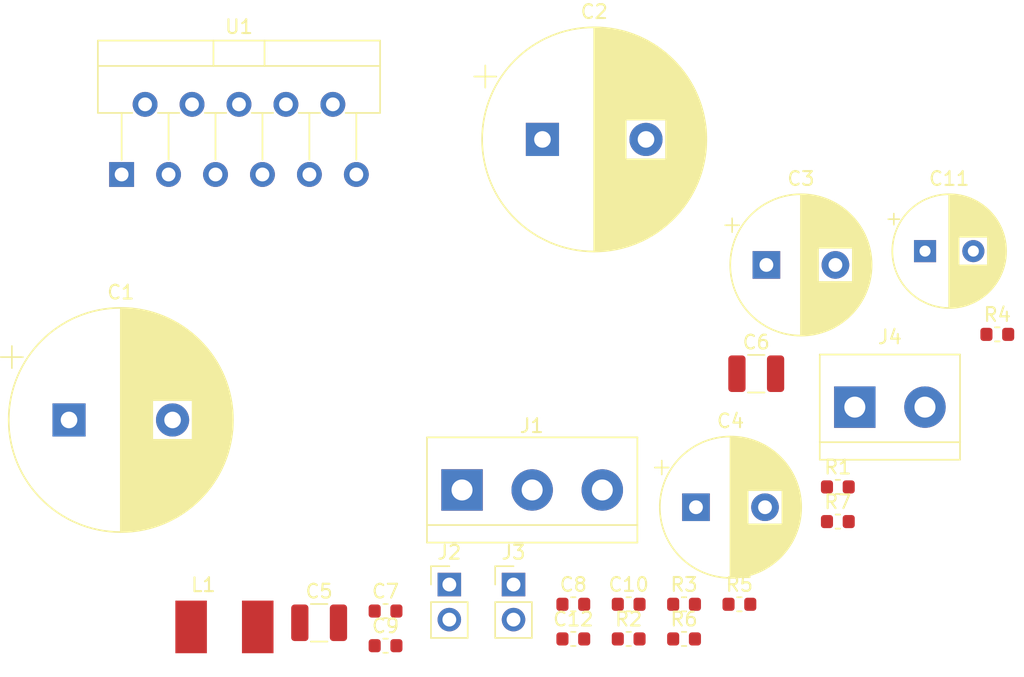
<source format=kicad_pcb>
(kicad_pcb (version 20171130) (host pcbnew "(5.1.2-1)-1")

  (general
    (thickness 1.6)
    (drawings 0)
    (tracks 0)
    (zones 0)
    (modules 25)
    (nets 17)
  )

  (page A4)
  (layers
    (0 F.Cu signal)
    (31 B.Cu signal)
    (32 B.Adhes user)
    (33 F.Adhes user)
    (34 B.Paste user)
    (35 F.Paste user)
    (36 B.SilkS user)
    (37 F.SilkS user)
    (38 B.Mask user)
    (39 F.Mask user)
    (40 Dwgs.User user)
    (41 Cmts.User user)
    (42 Eco1.User user)
    (43 Eco2.User user)
    (44 Edge.Cuts user)
    (45 Margin user)
    (46 B.CrtYd user)
    (47 F.CrtYd user)
    (48 B.Fab user)
    (49 F.Fab user)
  )

  (setup
    (last_trace_width 0.25)
    (trace_clearance 0.2)
    (zone_clearance 0.508)
    (zone_45_only no)
    (trace_min 0.2)
    (via_size 0.8)
    (via_drill 0.4)
    (via_min_size 0.4)
    (via_min_drill 0.3)
    (uvia_size 0.3)
    (uvia_drill 0.1)
    (uvias_allowed no)
    (uvia_min_size 0.2)
    (uvia_min_drill 0.1)
    (edge_width 0.05)
    (segment_width 0.2)
    (pcb_text_width 0.3)
    (pcb_text_size 1.5 1.5)
    (mod_edge_width 0.12)
    (mod_text_size 1 1)
    (mod_text_width 0.15)
    (pad_size 1.524 1.524)
    (pad_drill 0.762)
    (pad_to_mask_clearance 0.051)
    (solder_mask_min_width 0.25)
    (aux_axis_origin 0 0)
    (visible_elements FFFFFF7F)
    (pcbplotparams
      (layerselection 0x010fc_ffffffff)
      (usegerberextensions false)
      (usegerberattributes false)
      (usegerberadvancedattributes false)
      (creategerberjobfile false)
      (excludeedgelayer true)
      (linewidth 0.100000)
      (plotframeref false)
      (viasonmask false)
      (mode 1)
      (useauxorigin false)
      (hpglpennumber 1)
      (hpglpenspeed 20)
      (hpglpendiameter 15.000000)
      (psnegative false)
      (psa4output false)
      (plotreference true)
      (plotvalue true)
      (plotinvisibletext false)
      (padsonsilk false)
      (subtractmaskfromsilk false)
      (outputformat 1)
      (mirror false)
      (drillshape 1)
      (scaleselection 1)
      (outputdirectory ""))
  )

  (net 0 "")
  (net 1 GND)
  (net 2 VCC)
  (net 3 VEE)
  (net 4 "Net-(C7-Pad1)")
  (net 5 "Net-(C8-Pad1)")
  (net 6 "Net-(C10-Pad1)")
  (net 7 "Net-(C10-Pad2)")
  (net 8 "Net-(C11-Pad1)")
  (net 9 "Net-(C12-Pad1)")
  (net 10 "Net-(J2-Pad2)")
  (net 11 "Net-(J3-Pad1)")
  (net 12 "Net-(J4-Pad1)")
  (net 13 "Net-(L1-Pad1)")
  (net 14 "Net-(U1-Pad11)")
  (net 15 "Net-(U1-Pad6)")
  (net 16 "Net-(U1-Pad2)")

  (net_class Default "This is the default net class."
    (clearance 0.2)
    (trace_width 0.25)
    (via_dia 0.8)
    (via_drill 0.4)
    (uvia_dia 0.3)
    (uvia_drill 0.1)
    (add_net GND)
    (add_net "Net-(C10-Pad1)")
    (add_net "Net-(C10-Pad2)")
    (add_net "Net-(C11-Pad1)")
    (add_net "Net-(C12-Pad1)")
    (add_net "Net-(C7-Pad1)")
    (add_net "Net-(C8-Pad1)")
    (add_net "Net-(J2-Pad2)")
    (add_net "Net-(J3-Pad1)")
    (add_net "Net-(J4-Pad1)")
    (add_net "Net-(L1-Pad1)")
    (add_net "Net-(U1-Pad11)")
    (add_net "Net-(U1-Pad2)")
    (add_net "Net-(U1-Pad6)")
    (add_net VCC)
    (add_net VEE)
  )

  (module Package_TO_SOT_THT:TO-220-11_P3.4x5.08mm_StaggerOdd_Lead4.85mm_Vertical (layer F.Cu) (tedit 5AF05A31) (tstamp 5EE85D21)
    (at 48.26 87.63)
    (descr "TO-220-11, Vertical, RM 1.7mm, staggered type-1, see http://www.st.com/resource/en/datasheet/tda7391lv.pdf")
    (tags "TO-220-11 Vertical RM 1.7mm staggered type-1")
    (path /5EDEF8D5)
    (fp_text reference U1 (at 8.5 -10.7) (layer F.SilkS)
      (effects (font (size 1 1) (thickness 0.15)))
    )
    (fp_text value LM3886 (at 8.5 2.15) (layer F.Fab)
      (effects (font (size 1 1) (thickness 0.15)))
    )
    (fp_text user %R (at 8.5 -10.7) (layer F.Fab)
      (effects (font (size 1 1) (thickness 0.15)))
    )
    (fp_line (start 18.85 -9.83) (end -1.85 -9.83) (layer F.CrtYd) (width 0.05))
    (fp_line (start 18.85 1.16) (end 18.85 -9.83) (layer F.CrtYd) (width 0.05))
    (fp_line (start -1.85 1.16) (end 18.85 1.16) (layer F.CrtYd) (width 0.05))
    (fp_line (start -1.85 -9.83) (end -1.85 1.16) (layer F.CrtYd) (width 0.05))
    (fp_line (start 17 -4.459) (end 17 -1.065) (layer F.SilkS) (width 0.12))
    (fp_line (start 13.6 -4.459) (end 13.6 -1.065) (layer F.SilkS) (width 0.12))
    (fp_line (start 10.2 -4.459) (end 10.2 -1.065) (layer F.SilkS) (width 0.12))
    (fp_line (start 6.8 -4.459) (end 6.8 -1.065) (layer F.SilkS) (width 0.12))
    (fp_line (start 3.4 -4.459) (end 3.4 -1.065) (layer F.SilkS) (width 0.12))
    (fp_line (start 0 -4.459) (end 0 -1.05) (layer F.SilkS) (width 0.12))
    (fp_line (start 10.35 -9.7) (end 10.35 -7.86) (layer F.SilkS) (width 0.12))
    (fp_line (start 6.65 -9.7) (end 6.65 -7.86) (layer F.SilkS) (width 0.12))
    (fp_line (start -1.72 -7.86) (end 18.72 -7.86) (layer F.SilkS) (width 0.12))
    (fp_line (start 18.72 -9.7) (end 18.72 -4.459) (layer F.SilkS) (width 0.12))
    (fp_line (start -1.72 -9.7) (end -1.72 -4.459) (layer F.SilkS) (width 0.12))
    (fp_line (start 16.225 -4.459) (end 18.72 -4.459) (layer F.SilkS) (width 0.12))
    (fp_line (start 12.825 -4.459) (end 14.376 -4.459) (layer F.SilkS) (width 0.12))
    (fp_line (start 9.425 -4.459) (end 10.976 -4.459) (layer F.SilkS) (width 0.12))
    (fp_line (start 6.025 -4.459) (end 7.576 -4.459) (layer F.SilkS) (width 0.12))
    (fp_line (start 2.625 -4.459) (end 4.176 -4.459) (layer F.SilkS) (width 0.12))
    (fp_line (start -1.72 -4.459) (end 0.776 -4.459) (layer F.SilkS) (width 0.12))
    (fp_line (start -1.72 -9.7) (end 18.72 -9.7) (layer F.SilkS) (width 0.12))
    (fp_line (start 17 -4.58) (end 17 0) (layer F.Fab) (width 0.1))
    (fp_line (start 13.6 -4.58) (end 13.6 0) (layer F.Fab) (width 0.1))
    (fp_line (start 10.2 -4.58) (end 10.2 0) (layer F.Fab) (width 0.1))
    (fp_line (start 6.8 -4.58) (end 6.8 0) (layer F.Fab) (width 0.1))
    (fp_line (start 3.4 -4.58) (end 3.4 0) (layer F.Fab) (width 0.1))
    (fp_line (start 0 -4.58) (end 0 0) (layer F.Fab) (width 0.1))
    (fp_line (start 10.35 -9.58) (end 10.35 -7.98) (layer F.Fab) (width 0.1))
    (fp_line (start 6.65 -9.58) (end 6.65 -7.98) (layer F.Fab) (width 0.1))
    (fp_line (start -1.6 -7.98) (end 18.6 -7.98) (layer F.Fab) (width 0.1))
    (fp_line (start 18.6 -9.58) (end -1.6 -9.58) (layer F.Fab) (width 0.1))
    (fp_line (start 18.6 -4.58) (end 18.6 -9.58) (layer F.Fab) (width 0.1))
    (fp_line (start -1.6 -4.58) (end 18.6 -4.58) (layer F.Fab) (width 0.1))
    (fp_line (start -1.6 -9.58) (end -1.6 -4.58) (layer F.Fab) (width 0.1))
    (pad 11 thru_hole oval (at 17 0) (size 1.8 1.8) (drill 1) (layers *.Cu *.Mask)
      (net 14 "Net-(U1-Pad11)"))
    (pad 10 thru_hole oval (at 15.3 -5.08) (size 1.8 1.8) (drill 1) (layers *.Cu *.Mask)
      (net 4 "Net-(C7-Pad1)"))
    (pad 9 thru_hole oval (at 13.6 0) (size 1.8 1.8) (drill 1) (layers *.Cu *.Mask)
      (net 6 "Net-(C10-Pad1)"))
    (pad 8 thru_hole oval (at 11.9 -5.08) (size 1.8 1.8) (drill 1) (layers *.Cu *.Mask)
      (net 8 "Net-(C11-Pad1)"))
    (pad 7 thru_hole oval (at 10.2 0) (size 1.8 1.8) (drill 1) (layers *.Cu *.Mask)
      (net 1 GND))
    (pad 6 thru_hole oval (at 8.5 -5.08) (size 1.8 1.8) (drill 1) (layers *.Cu *.Mask)
      (net 15 "Net-(U1-Pad6)"))
    (pad 5 thru_hole oval (at 6.8 0) (size 1.8 1.8) (drill 1) (layers *.Cu *.Mask)
      (net 2 VCC))
    (pad 4 thru_hole oval (at 5.1 -5.08) (size 1.8 1.8) (drill 1) (layers *.Cu *.Mask)
      (net 3 VEE))
    (pad 3 thru_hole oval (at 3.4 0) (size 1.8 1.8) (drill 1) (layers *.Cu *.Mask)
      (net 13 "Net-(L1-Pad1)"))
    (pad 2 thru_hole oval (at 1.7 -5.08) (size 1.8 1.8) (drill 1) (layers *.Cu *.Mask)
      (net 16 "Net-(U1-Pad2)"))
    (pad 1 thru_hole rect (at 0 0) (size 1.8 1.8) (drill 1) (layers *.Cu *.Mask)
      (net 2 VCC))
    (model ${KISYS3DMOD}/Package_TO_SOT_THT.3dshapes/TO-220-11_P3.4x5.08mm_StaggerOdd_Lead4.85mm_Vertical.wrl
      (at (xyz 0 0 0))
      (scale (xyz 1 1 1))
      (rotate (xyz 0 0 0))
    )
  )

  (module Resistor_SMD:R_0603_1608Metric (layer F.Cu) (tedit 5B301BBD) (tstamp 5EE85CEE)
    (at 100.135509 112.77)
    (descr "Resistor SMD 0603 (1608 Metric), square (rectangular) end terminal, IPC_7351 nominal, (Body size source: http://www.tortai-tech.com/upload/download/2011102023233369053.pdf), generated with kicad-footprint-generator")
    (tags resistor)
    (path /5EE1EFF9)
    (attr smd)
    (fp_text reference R7 (at 0 -1.43) (layer F.SilkS)
      (effects (font (size 1 1) (thickness 0.15)))
    )
    (fp_text value 2.7 (at 0 1.43) (layer F.Fab)
      (effects (font (size 1 1) (thickness 0.15)))
    )
    (fp_text user %R (at 0 0) (layer F.Fab)
      (effects (font (size 0.4 0.4) (thickness 0.06)))
    )
    (fp_line (start 1.48 0.73) (end -1.48 0.73) (layer F.CrtYd) (width 0.05))
    (fp_line (start 1.48 -0.73) (end 1.48 0.73) (layer F.CrtYd) (width 0.05))
    (fp_line (start -1.48 -0.73) (end 1.48 -0.73) (layer F.CrtYd) (width 0.05))
    (fp_line (start -1.48 0.73) (end -1.48 -0.73) (layer F.CrtYd) (width 0.05))
    (fp_line (start -0.162779 0.51) (end 0.162779 0.51) (layer F.SilkS) (width 0.12))
    (fp_line (start -0.162779 -0.51) (end 0.162779 -0.51) (layer F.SilkS) (width 0.12))
    (fp_line (start 0.8 0.4) (end -0.8 0.4) (layer F.Fab) (width 0.1))
    (fp_line (start 0.8 -0.4) (end 0.8 0.4) (layer F.Fab) (width 0.1))
    (fp_line (start -0.8 -0.4) (end 0.8 -0.4) (layer F.Fab) (width 0.1))
    (fp_line (start -0.8 0.4) (end -0.8 -0.4) (layer F.Fab) (width 0.1))
    (pad 2 smd roundrect (at 0.7875 0) (size 0.875 0.95) (layers F.Cu F.Paste F.Mask) (roundrect_rratio 0.25)
      (net 12 "Net-(J4-Pad1)"))
    (pad 1 smd roundrect (at -0.7875 0) (size 0.875 0.95) (layers F.Cu F.Paste F.Mask) (roundrect_rratio 0.25)
      (net 13 "Net-(L1-Pad1)"))
    (model ${KISYS3DMOD}/Resistor_SMD.3dshapes/R_0603_1608Metric.wrl
      (at (xyz 0 0 0))
      (scale (xyz 1 1 1))
      (rotate (xyz 0 0 0))
    )
  )

  (module Resistor_SMD:R_0603_1608Metric (layer F.Cu) (tedit 5B301BBD) (tstamp 5EE85CDD)
    (at 88.995509 121.27)
    (descr "Resistor SMD 0603 (1608 Metric), square (rectangular) end terminal, IPC_7351 nominal, (Body size source: http://www.tortai-tech.com/upload/download/2011102023233369053.pdf), generated with kicad-footprint-generator")
    (tags resistor)
    (path /5EE6735F)
    (attr smd)
    (fp_text reference R6 (at 0 -1.43) (layer F.SilkS)
      (effects (font (size 1 1) (thickness 0.15)))
    )
    (fp_text value 2.7 (at 0 1.43) (layer F.Fab)
      (effects (font (size 1 1) (thickness 0.15)))
    )
    (fp_text user %R (at 0 0) (layer F.Fab)
      (effects (font (size 0.4 0.4) (thickness 0.06)))
    )
    (fp_line (start 1.48 0.73) (end -1.48 0.73) (layer F.CrtYd) (width 0.05))
    (fp_line (start 1.48 -0.73) (end 1.48 0.73) (layer F.CrtYd) (width 0.05))
    (fp_line (start -1.48 -0.73) (end 1.48 -0.73) (layer F.CrtYd) (width 0.05))
    (fp_line (start -1.48 0.73) (end -1.48 -0.73) (layer F.CrtYd) (width 0.05))
    (fp_line (start -0.162779 0.51) (end 0.162779 0.51) (layer F.SilkS) (width 0.12))
    (fp_line (start -0.162779 -0.51) (end 0.162779 -0.51) (layer F.SilkS) (width 0.12))
    (fp_line (start 0.8 0.4) (end -0.8 0.4) (layer F.Fab) (width 0.1))
    (fp_line (start 0.8 -0.4) (end 0.8 0.4) (layer F.Fab) (width 0.1))
    (fp_line (start -0.8 -0.4) (end 0.8 -0.4) (layer F.Fab) (width 0.1))
    (fp_line (start -0.8 0.4) (end -0.8 -0.4) (layer F.Fab) (width 0.1))
    (pad 2 smd roundrect (at 0.7875 0) (size 0.875 0.95) (layers F.Cu F.Paste F.Mask) (roundrect_rratio 0.25)
      (net 9 "Net-(C12-Pad1)"))
    (pad 1 smd roundrect (at -0.7875 0) (size 0.875 0.95) (layers F.Cu F.Paste F.Mask) (roundrect_rratio 0.25)
      (net 13 "Net-(L1-Pad1)"))
    (model ${KISYS3DMOD}/Resistor_SMD.3dshapes/R_0603_1608Metric.wrl
      (at (xyz 0 0 0))
      (scale (xyz 1 1 1))
      (rotate (xyz 0 0 0))
    )
  )

  (module Resistor_SMD:R_0603_1608Metric (layer F.Cu) (tedit 5B301BBD) (tstamp 5EE85CCC)
    (at 93.005509 118.76)
    (descr "Resistor SMD 0603 (1608 Metric), square (rectangular) end terminal, IPC_7351 nominal, (Body size source: http://www.tortai-tech.com/upload/download/2011102023233369053.pdf), generated with kicad-footprint-generator")
    (tags resistor)
    (path /5EE4BBD5)
    (attr smd)
    (fp_text reference R5 (at 0 -1.43) (layer F.SilkS)
      (effects (font (size 1 1) (thickness 0.15)))
    )
    (fp_text value 20k (at 0 1.43) (layer F.Fab)
      (effects (font (size 1 1) (thickness 0.15)))
    )
    (fp_text user %R (at 0 0) (layer F.Fab)
      (effects (font (size 0.4 0.4) (thickness 0.06)))
    )
    (fp_line (start 1.48 0.73) (end -1.48 0.73) (layer F.CrtYd) (width 0.05))
    (fp_line (start 1.48 -0.73) (end 1.48 0.73) (layer F.CrtYd) (width 0.05))
    (fp_line (start -1.48 -0.73) (end 1.48 -0.73) (layer F.CrtYd) (width 0.05))
    (fp_line (start -1.48 0.73) (end -1.48 -0.73) (layer F.CrtYd) (width 0.05))
    (fp_line (start -0.162779 0.51) (end 0.162779 0.51) (layer F.SilkS) (width 0.12))
    (fp_line (start -0.162779 -0.51) (end 0.162779 -0.51) (layer F.SilkS) (width 0.12))
    (fp_line (start 0.8 0.4) (end -0.8 0.4) (layer F.Fab) (width 0.1))
    (fp_line (start 0.8 -0.4) (end 0.8 0.4) (layer F.Fab) (width 0.1))
    (fp_line (start -0.8 -0.4) (end 0.8 -0.4) (layer F.Fab) (width 0.1))
    (fp_line (start -0.8 0.4) (end -0.8 -0.4) (layer F.Fab) (width 0.1))
    (pad 2 smd roundrect (at 0.7875 0) (size 0.875 0.95) (layers F.Cu F.Paste F.Mask) (roundrect_rratio 0.25)
      (net 7 "Net-(C10-Pad2)"))
    (pad 1 smd roundrect (at -0.7875 0) (size 0.875 0.95) (layers F.Cu F.Paste F.Mask) (roundrect_rratio 0.25)
      (net 13 "Net-(L1-Pad1)"))
    (model ${KISYS3DMOD}/Resistor_SMD.3dshapes/R_0603_1608Metric.wrl
      (at (xyz 0 0 0))
      (scale (xyz 1 1 1))
      (rotate (xyz 0 0 0))
    )
  )

  (module Resistor_SMD:R_0603_1608Metric (layer F.Cu) (tedit 5B301BBD) (tstamp 5EE85CBB)
    (at 111.685509 99.21)
    (descr "Resistor SMD 0603 (1608 Metric), square (rectangular) end terminal, IPC_7351 nominal, (Body size source: http://www.tortai-tech.com/upload/download/2011102023233369053.pdf), generated with kicad-footprint-generator")
    (tags resistor)
    (path /5EE48FF4)
    (attr smd)
    (fp_text reference R4 (at 0 -1.43) (layer F.SilkS)
      (effects (font (size 1 1) (thickness 0.15)))
    )
    (fp_text value 100k (at 0 1.43) (layer F.Fab)
      (effects (font (size 1 1) (thickness 0.15)))
    )
    (fp_text user %R (at 0 0) (layer F.Fab)
      (effects (font (size 0.4 0.4) (thickness 0.06)))
    )
    (fp_line (start 1.48 0.73) (end -1.48 0.73) (layer F.CrtYd) (width 0.05))
    (fp_line (start 1.48 -0.73) (end 1.48 0.73) (layer F.CrtYd) (width 0.05))
    (fp_line (start -1.48 -0.73) (end 1.48 -0.73) (layer F.CrtYd) (width 0.05))
    (fp_line (start -1.48 0.73) (end -1.48 -0.73) (layer F.CrtYd) (width 0.05))
    (fp_line (start -0.162779 0.51) (end 0.162779 0.51) (layer F.SilkS) (width 0.12))
    (fp_line (start -0.162779 -0.51) (end 0.162779 -0.51) (layer F.SilkS) (width 0.12))
    (fp_line (start 0.8 0.4) (end -0.8 0.4) (layer F.Fab) (width 0.1))
    (fp_line (start 0.8 -0.4) (end 0.8 0.4) (layer F.Fab) (width 0.1))
    (fp_line (start -0.8 -0.4) (end 0.8 -0.4) (layer F.Fab) (width 0.1))
    (fp_line (start -0.8 0.4) (end -0.8 -0.4) (layer F.Fab) (width 0.1))
    (pad 2 smd roundrect (at 0.7875 0) (size 0.875 0.95) (layers F.Cu F.Paste F.Mask) (roundrect_rratio 0.25)
      (net 6 "Net-(C10-Pad1)"))
    (pad 1 smd roundrect (at -0.7875 0) (size 0.875 0.95) (layers F.Cu F.Paste F.Mask) (roundrect_rratio 0.25)
      (net 13 "Net-(L1-Pad1)"))
    (model ${KISYS3DMOD}/Resistor_SMD.3dshapes/R_0603_1608Metric.wrl
      (at (xyz 0 0 0))
      (scale (xyz 1 1 1))
      (rotate (xyz 0 0 0))
    )
  )

  (module Resistor_SMD:R_0603_1608Metric (layer F.Cu) (tedit 5B301BBD) (tstamp 5EE85CAA)
    (at 88.995509 118.76)
    (descr "Resistor SMD 0603 (1608 Metric), square (rectangular) end terminal, IPC_7351 nominal, (Body size source: http://www.tortai-tech.com/upload/download/2011102023233369053.pdf), generated with kicad-footprint-generator")
    (tags resistor)
    (path /5EE31C96)
    (attr smd)
    (fp_text reference R3 (at 0 -1.43) (layer F.SilkS)
      (effects (font (size 1 1) (thickness 0.15)))
    )
    (fp_text value 63.4k (at 0 1.43) (layer F.Fab)
      (effects (font (size 1 1) (thickness 0.15)))
    )
    (fp_text user %R (at 0 0) (layer F.Fab)
      (effects (font (size 0.4 0.4) (thickness 0.06)))
    )
    (fp_line (start 1.48 0.73) (end -1.48 0.73) (layer F.CrtYd) (width 0.05))
    (fp_line (start 1.48 -0.73) (end 1.48 0.73) (layer F.CrtYd) (width 0.05))
    (fp_line (start -1.48 -0.73) (end 1.48 -0.73) (layer F.CrtYd) (width 0.05))
    (fp_line (start -1.48 0.73) (end -1.48 -0.73) (layer F.CrtYd) (width 0.05))
    (fp_line (start -0.162779 0.51) (end 0.162779 0.51) (layer F.SilkS) (width 0.12))
    (fp_line (start -0.162779 -0.51) (end 0.162779 -0.51) (layer F.SilkS) (width 0.12))
    (fp_line (start 0.8 0.4) (end -0.8 0.4) (layer F.Fab) (width 0.1))
    (fp_line (start 0.8 -0.4) (end 0.8 0.4) (layer F.Fab) (width 0.1))
    (fp_line (start -0.8 -0.4) (end 0.8 -0.4) (layer F.Fab) (width 0.1))
    (fp_line (start -0.8 0.4) (end -0.8 -0.4) (layer F.Fab) (width 0.1))
    (pad 2 smd roundrect (at 0.7875 0) (size 0.875 0.95) (layers F.Cu F.Paste F.Mask) (roundrect_rratio 0.25)
      (net 11 "Net-(J3-Pad1)"))
    (pad 1 smd roundrect (at -0.7875 0) (size 0.875 0.95) (layers F.Cu F.Paste F.Mask) (roundrect_rratio 0.25)
      (net 8 "Net-(C11-Pad1)"))
    (model ${KISYS3DMOD}/Resistor_SMD.3dshapes/R_0603_1608Metric.wrl
      (at (xyz 0 0 0))
      (scale (xyz 1 1 1))
      (rotate (xyz 0 0 0))
    )
  )

  (module Resistor_SMD:R_0603_1608Metric (layer F.Cu) (tedit 5B301BBD) (tstamp 5EE85C99)
    (at 84.985509 121.27)
    (descr "Resistor SMD 0603 (1608 Metric), square (rectangular) end terminal, IPC_7351 nominal, (Body size source: http://www.tortai-tech.com/upload/download/2011102023233369053.pdf), generated with kicad-footprint-generator")
    (tags resistor)
    (path /5EE4A847)
    (attr smd)
    (fp_text reference R2 (at 0 -1.43) (layer F.SilkS)
      (effects (font (size 1 1) (thickness 0.15)))
    )
    (fp_text value 6.34k (at 0 1.43) (layer F.Fab)
      (effects (font (size 1 1) (thickness 0.15)))
    )
    (fp_text user %R (at 0 0) (layer F.Fab)
      (effects (font (size 0.4 0.4) (thickness 0.06)))
    )
    (fp_line (start 1.48 0.73) (end -1.48 0.73) (layer F.CrtYd) (width 0.05))
    (fp_line (start 1.48 -0.73) (end 1.48 0.73) (layer F.CrtYd) (width 0.05))
    (fp_line (start -1.48 -0.73) (end 1.48 -0.73) (layer F.CrtYd) (width 0.05))
    (fp_line (start -1.48 0.73) (end -1.48 -0.73) (layer F.CrtYd) (width 0.05))
    (fp_line (start -0.162779 0.51) (end 0.162779 0.51) (layer F.SilkS) (width 0.12))
    (fp_line (start -0.162779 -0.51) (end 0.162779 -0.51) (layer F.SilkS) (width 0.12))
    (fp_line (start 0.8 0.4) (end -0.8 0.4) (layer F.Fab) (width 0.1))
    (fp_line (start 0.8 -0.4) (end 0.8 0.4) (layer F.Fab) (width 0.1))
    (fp_line (start -0.8 -0.4) (end 0.8 -0.4) (layer F.Fab) (width 0.1))
    (fp_line (start -0.8 0.4) (end -0.8 -0.4) (layer F.Fab) (width 0.1))
    (pad 2 smd roundrect (at 0.7875 0) (size 0.875 0.95) (layers F.Cu F.Paste F.Mask) (roundrect_rratio 0.25)
      (net 5 "Net-(C8-Pad1)"))
    (pad 1 smd roundrect (at -0.7875 0) (size 0.875 0.95) (layers F.Cu F.Paste F.Mask) (roundrect_rratio 0.25)
      (net 6 "Net-(C10-Pad1)"))
    (model ${KISYS3DMOD}/Resistor_SMD.3dshapes/R_0603_1608Metric.wrl
      (at (xyz 0 0 0))
      (scale (xyz 1 1 1))
      (rotate (xyz 0 0 0))
    )
  )

  (module Resistor_SMD:R_0603_1608Metric (layer F.Cu) (tedit 5B301BBD) (tstamp 5EE85C88)
    (at 100.135509 110.26)
    (descr "Resistor SMD 0603 (1608 Metric), square (rectangular) end terminal, IPC_7351 nominal, (Body size source: http://www.tortai-tech.com/upload/download/2011102023233369053.pdf), generated with kicad-footprint-generator")
    (tags resistor)
    (path /5EDEFF6A)
    (attr smd)
    (fp_text reference R1 (at 0 -1.43) (layer F.SilkS)
      (effects (font (size 1 1) (thickness 0.15)))
    )
    (fp_text value 1k (at 0 1.43) (layer F.Fab)
      (effects (font (size 1 1) (thickness 0.15)))
    )
    (fp_text user %R (at 0 0) (layer F.Fab)
      (effects (font (size 0.4 0.4) (thickness 0.06)))
    )
    (fp_line (start 1.48 0.73) (end -1.48 0.73) (layer F.CrtYd) (width 0.05))
    (fp_line (start 1.48 -0.73) (end 1.48 0.73) (layer F.CrtYd) (width 0.05))
    (fp_line (start -1.48 -0.73) (end 1.48 -0.73) (layer F.CrtYd) (width 0.05))
    (fp_line (start -1.48 0.73) (end -1.48 -0.73) (layer F.CrtYd) (width 0.05))
    (fp_line (start -0.162779 0.51) (end 0.162779 0.51) (layer F.SilkS) (width 0.12))
    (fp_line (start -0.162779 -0.51) (end 0.162779 -0.51) (layer F.SilkS) (width 0.12))
    (fp_line (start 0.8 0.4) (end -0.8 0.4) (layer F.Fab) (width 0.1))
    (fp_line (start 0.8 -0.4) (end 0.8 0.4) (layer F.Fab) (width 0.1))
    (fp_line (start -0.8 -0.4) (end 0.8 -0.4) (layer F.Fab) (width 0.1))
    (fp_line (start -0.8 0.4) (end -0.8 -0.4) (layer F.Fab) (width 0.1))
    (pad 2 smd roundrect (at 0.7875 0) (size 0.875 0.95) (layers F.Cu F.Paste F.Mask) (roundrect_rratio 0.25)
      (net 10 "Net-(J2-Pad2)"))
    (pad 1 smd roundrect (at -0.7875 0) (size 0.875 0.95) (layers F.Cu F.Paste F.Mask) (roundrect_rratio 0.25)
      (net 4 "Net-(C7-Pad1)"))
    (model ${KISYS3DMOD}/Resistor_SMD.3dshapes/R_0603_1608Metric.wrl
      (at (xyz 0 0 0))
      (scale (xyz 1 1 1))
      (rotate (xyz 0 0 0))
    )
  )

  (module Inductor_User:PA0277NL (layer F.Cu) (tedit 5EE19B13) (tstamp 5EE85C77)
    (at 55.705508 120.399999)
    (path /5EE20914)
    (fp_text reference L1 (at -1.524 -3.048) (layer F.SilkS)
      (effects (font (size 1 1) (thickness 0.15)))
    )
    (fp_text value PA0277NL (at 0 -0.5) (layer F.Fab) hide
      (effects (font (size 1 1) (thickness 0.15)))
    )
    (pad 2 smd rect (at 2.4125 0) (size 2.285 3.81) (layers F.Cu F.Paste F.Mask)
      (net 12 "Net-(J4-Pad1)"))
    (pad 1 smd rect (at -2.4125 0) (size 2.285 3.81) (layers F.Cu F.Paste F.Mask)
      (net 13 "Net-(L1-Pad1)"))
  )

  (module TerminalBlock:TerminalBlock_bornier-2_P5.08mm (layer F.Cu) (tedit 59FF03AB) (tstamp 5EE85C71)
    (at 101.365509 104.48)
    (descr "simple 2-pin terminal block, pitch 5.08mm, revamped version of bornier2")
    (tags "terminal block bornier2")
    (path /5EEC8473)
    (fp_text reference J4 (at 2.54 -5.08) (layer F.SilkS)
      (effects (font (size 1 1) (thickness 0.15)))
    )
    (fp_text value Screw_Terminal_01x02 (at 2.54 5.08) (layer F.Fab)
      (effects (font (size 1 1) (thickness 0.15)))
    )
    (fp_line (start 7.79 4) (end -2.71 4) (layer F.CrtYd) (width 0.05))
    (fp_line (start 7.79 4) (end 7.79 -4) (layer F.CrtYd) (width 0.05))
    (fp_line (start -2.71 -4) (end -2.71 4) (layer F.CrtYd) (width 0.05))
    (fp_line (start -2.71 -4) (end 7.79 -4) (layer F.CrtYd) (width 0.05))
    (fp_line (start -2.54 3.81) (end 7.62 3.81) (layer F.SilkS) (width 0.12))
    (fp_line (start -2.54 -3.81) (end -2.54 3.81) (layer F.SilkS) (width 0.12))
    (fp_line (start 7.62 -3.81) (end -2.54 -3.81) (layer F.SilkS) (width 0.12))
    (fp_line (start 7.62 3.81) (end 7.62 -3.81) (layer F.SilkS) (width 0.12))
    (fp_line (start 7.62 2.54) (end -2.54 2.54) (layer F.SilkS) (width 0.12))
    (fp_line (start 7.54 -3.75) (end -2.46 -3.75) (layer F.Fab) (width 0.1))
    (fp_line (start 7.54 3.75) (end 7.54 -3.75) (layer F.Fab) (width 0.1))
    (fp_line (start -2.46 3.75) (end 7.54 3.75) (layer F.Fab) (width 0.1))
    (fp_line (start -2.46 -3.75) (end -2.46 3.75) (layer F.Fab) (width 0.1))
    (fp_line (start -2.41 2.55) (end 7.49 2.55) (layer F.Fab) (width 0.1))
    (fp_text user %R (at 2.54 0) (layer F.Fab)
      (effects (font (size 1 1) (thickness 0.15)))
    )
    (pad 2 thru_hole circle (at 5.08 0) (size 3 3) (drill 1.52) (layers *.Cu *.Mask)
      (net 1 GND))
    (pad 1 thru_hole rect (at 0 0) (size 3 3) (drill 1.52) (layers *.Cu *.Mask)
      (net 12 "Net-(J4-Pad1)"))
    (model ${KISYS3DMOD}/TerminalBlock.3dshapes/TerminalBlock_bornier-2_P5.08mm.wrl
      (offset (xyz 2.539999961853027 0 0))
      (scale (xyz 1 1 1))
      (rotate (xyz 0 0 0))
    )
  )

  (module Connector_PinHeader_2.54mm:PinHeader_1x02_P2.54mm_Vertical (layer F.Cu) (tedit 59FED5CC) (tstamp 5EE85C5C)
    (at 76.645509 117.33)
    (descr "Through hole straight pin header, 1x02, 2.54mm pitch, single row")
    (tags "Through hole pin header THT 1x02 2.54mm single row")
    (path /5EEB4E0E)
    (fp_text reference J3 (at 0 -2.33) (layer F.SilkS)
      (effects (font (size 1 1) (thickness 0.15)))
    )
    (fp_text value Conn_01x02 (at 0 4.87) (layer F.Fab)
      (effects (font (size 1 1) (thickness 0.15)))
    )
    (fp_text user %R (at 0 1.27 90) (layer F.Fab)
      (effects (font (size 1 1) (thickness 0.15)))
    )
    (fp_line (start 1.8 -1.8) (end -1.8 -1.8) (layer F.CrtYd) (width 0.05))
    (fp_line (start 1.8 4.35) (end 1.8 -1.8) (layer F.CrtYd) (width 0.05))
    (fp_line (start -1.8 4.35) (end 1.8 4.35) (layer F.CrtYd) (width 0.05))
    (fp_line (start -1.8 -1.8) (end -1.8 4.35) (layer F.CrtYd) (width 0.05))
    (fp_line (start -1.33 -1.33) (end 0 -1.33) (layer F.SilkS) (width 0.12))
    (fp_line (start -1.33 0) (end -1.33 -1.33) (layer F.SilkS) (width 0.12))
    (fp_line (start -1.33 1.27) (end 1.33 1.27) (layer F.SilkS) (width 0.12))
    (fp_line (start 1.33 1.27) (end 1.33 3.87) (layer F.SilkS) (width 0.12))
    (fp_line (start -1.33 1.27) (end -1.33 3.87) (layer F.SilkS) (width 0.12))
    (fp_line (start -1.33 3.87) (end 1.33 3.87) (layer F.SilkS) (width 0.12))
    (fp_line (start -1.27 -0.635) (end -0.635 -1.27) (layer F.Fab) (width 0.1))
    (fp_line (start -1.27 3.81) (end -1.27 -0.635) (layer F.Fab) (width 0.1))
    (fp_line (start 1.27 3.81) (end -1.27 3.81) (layer F.Fab) (width 0.1))
    (fp_line (start 1.27 -1.27) (end 1.27 3.81) (layer F.Fab) (width 0.1))
    (fp_line (start -0.635 -1.27) (end 1.27 -1.27) (layer F.Fab) (width 0.1))
    (pad 2 thru_hole oval (at 0 2.54) (size 1.7 1.7) (drill 1) (layers *.Cu *.Mask)
      (net 3 VEE))
    (pad 1 thru_hole rect (at 0 0) (size 1.7 1.7) (drill 1) (layers *.Cu *.Mask)
      (net 11 "Net-(J3-Pad1)"))
    (model ${KISYS3DMOD}/Connector_PinHeader_2.54mm.3dshapes/PinHeader_1x02_P2.54mm_Vertical.wrl
      (at (xyz 0 0 0))
      (scale (xyz 1 1 1))
      (rotate (xyz 0 0 0))
    )
  )

  (module Connector_PinHeader_2.54mm:PinHeader_1x02_P2.54mm_Vertical (layer F.Cu) (tedit 59FED5CC) (tstamp 5EE85C46)
    (at 71.995509 117.33)
    (descr "Through hole straight pin header, 1x02, 2.54mm pitch, single row")
    (tags "Through hole pin header THT 1x02 2.54mm single row")
    (path /5EE87483)
    (fp_text reference J2 (at 0 -2.33) (layer F.SilkS)
      (effects (font (size 1 1) (thickness 0.15)))
    )
    (fp_text value Conn_01x02 (at 0 4.87) (layer F.Fab)
      (effects (font (size 1 1) (thickness 0.15)))
    )
    (fp_text user %R (at 0 1.27 90) (layer F.Fab)
      (effects (font (size 1 1) (thickness 0.15)))
    )
    (fp_line (start 1.8 -1.8) (end -1.8 -1.8) (layer F.CrtYd) (width 0.05))
    (fp_line (start 1.8 4.35) (end 1.8 -1.8) (layer F.CrtYd) (width 0.05))
    (fp_line (start -1.8 4.35) (end 1.8 4.35) (layer F.CrtYd) (width 0.05))
    (fp_line (start -1.8 -1.8) (end -1.8 4.35) (layer F.CrtYd) (width 0.05))
    (fp_line (start -1.33 -1.33) (end 0 -1.33) (layer F.SilkS) (width 0.12))
    (fp_line (start -1.33 0) (end -1.33 -1.33) (layer F.SilkS) (width 0.12))
    (fp_line (start -1.33 1.27) (end 1.33 1.27) (layer F.SilkS) (width 0.12))
    (fp_line (start 1.33 1.27) (end 1.33 3.87) (layer F.SilkS) (width 0.12))
    (fp_line (start -1.33 1.27) (end -1.33 3.87) (layer F.SilkS) (width 0.12))
    (fp_line (start -1.33 3.87) (end 1.33 3.87) (layer F.SilkS) (width 0.12))
    (fp_line (start -1.27 -0.635) (end -0.635 -1.27) (layer F.Fab) (width 0.1))
    (fp_line (start -1.27 3.81) (end -1.27 -0.635) (layer F.Fab) (width 0.1))
    (fp_line (start 1.27 3.81) (end -1.27 3.81) (layer F.Fab) (width 0.1))
    (fp_line (start 1.27 -1.27) (end 1.27 3.81) (layer F.Fab) (width 0.1))
    (fp_line (start -0.635 -1.27) (end 1.27 -1.27) (layer F.Fab) (width 0.1))
    (pad 2 thru_hole oval (at 0 2.54) (size 1.7 1.7) (drill 1) (layers *.Cu *.Mask)
      (net 10 "Net-(J2-Pad2)"))
    (pad 1 thru_hole rect (at 0 0) (size 1.7 1.7) (drill 1) (layers *.Cu *.Mask)
      (net 1 GND))
    (model ${KISYS3DMOD}/Connector_PinHeader_2.54mm.3dshapes/PinHeader_1x02_P2.54mm_Vertical.wrl
      (at (xyz 0 0 0))
      (scale (xyz 1 1 1))
      (rotate (xyz 0 0 0))
    )
  )

  (module TerminalBlock:TerminalBlock_bornier-3_P5.08mm (layer F.Cu) (tedit 59FF03B9) (tstamp 5EE85C30)
    (at 72.915509 110.48)
    (descr "simple 3-pin terminal block, pitch 5.08mm, revamped version of bornier3")
    (tags "terminal block bornier3")
    (path /5EE67A97)
    (fp_text reference J1 (at 5.05 -4.65) (layer F.SilkS)
      (effects (font (size 1 1) (thickness 0.15)))
    )
    (fp_text value Screw_Terminal_01x03 (at 5.08 5.08) (layer F.Fab)
      (effects (font (size 1 1) (thickness 0.15)))
    )
    (fp_line (start 12.88 4) (end -2.72 4) (layer F.CrtYd) (width 0.05))
    (fp_line (start 12.88 4) (end 12.88 -4) (layer F.CrtYd) (width 0.05))
    (fp_line (start -2.72 -4) (end -2.72 4) (layer F.CrtYd) (width 0.05))
    (fp_line (start -2.72 -4) (end 12.88 -4) (layer F.CrtYd) (width 0.05))
    (fp_line (start -2.54 3.81) (end 12.7 3.81) (layer F.SilkS) (width 0.12))
    (fp_line (start -2.54 -3.81) (end 12.7 -3.81) (layer F.SilkS) (width 0.12))
    (fp_line (start -2.54 2.54) (end 12.7 2.54) (layer F.SilkS) (width 0.12))
    (fp_line (start 12.7 3.81) (end 12.7 -3.81) (layer F.SilkS) (width 0.12))
    (fp_line (start -2.54 3.81) (end -2.54 -3.81) (layer F.SilkS) (width 0.12))
    (fp_line (start -2.47 3.75) (end -2.47 -3.75) (layer F.Fab) (width 0.1))
    (fp_line (start 12.63 3.75) (end -2.47 3.75) (layer F.Fab) (width 0.1))
    (fp_line (start 12.63 -3.75) (end 12.63 3.75) (layer F.Fab) (width 0.1))
    (fp_line (start -2.47 -3.75) (end 12.63 -3.75) (layer F.Fab) (width 0.1))
    (fp_line (start -2.47 2.55) (end 12.63 2.55) (layer F.Fab) (width 0.1))
    (fp_text user %R (at 5.08 0) (layer F.Fab)
      (effects (font (size 1 1) (thickness 0.15)))
    )
    (pad 3 thru_hole circle (at 10.16 0) (size 3 3) (drill 1.52) (layers *.Cu *.Mask)
      (net 2 VCC))
    (pad 2 thru_hole circle (at 5.08 0) (size 3 3) (drill 1.52) (layers *.Cu *.Mask)
      (net 1 GND))
    (pad 1 thru_hole rect (at 0 0) (size 3 3) (drill 1.52) (layers *.Cu *.Mask)
      (net 3 VEE))
    (model ${KISYS3DMOD}/TerminalBlock.3dshapes/TerminalBlock_bornier-3_P5.08mm.wrl
      (offset (xyz 5.079999923706055 0 0))
      (scale (xyz 1 1 1))
      (rotate (xyz 0 0 0))
    )
  )

  (module Capacitor_SMD:C_0603_1608Metric (layer F.Cu) (tedit 5B301BBE) (tstamp 5EE85C1A)
    (at 80.975509 121.27)
    (descr "Capacitor SMD 0603 (1608 Metric), square (rectangular) end terminal, IPC_7351 nominal, (Body size source: http://www.tortai-tech.com/upload/download/2011102023233369053.pdf), generated with kicad-footprint-generator")
    (tags capacitor)
    (path /5EE47520)
    (attr smd)
    (fp_text reference C12 (at 0 -1.43) (layer F.SilkS)
      (effects (font (size 1 1) (thickness 0.15)))
    )
    (fp_text value 0.1uF (at 0 1.43) (layer F.Fab)
      (effects (font (size 1 1) (thickness 0.15)))
    )
    (fp_text user %R (at 0 0) (layer F.Fab)
      (effects (font (size 0.4 0.4) (thickness 0.06)))
    )
    (fp_line (start 1.48 0.73) (end -1.48 0.73) (layer F.CrtYd) (width 0.05))
    (fp_line (start 1.48 -0.73) (end 1.48 0.73) (layer F.CrtYd) (width 0.05))
    (fp_line (start -1.48 -0.73) (end 1.48 -0.73) (layer F.CrtYd) (width 0.05))
    (fp_line (start -1.48 0.73) (end -1.48 -0.73) (layer F.CrtYd) (width 0.05))
    (fp_line (start -0.162779 0.51) (end 0.162779 0.51) (layer F.SilkS) (width 0.12))
    (fp_line (start -0.162779 -0.51) (end 0.162779 -0.51) (layer F.SilkS) (width 0.12))
    (fp_line (start 0.8 0.4) (end -0.8 0.4) (layer F.Fab) (width 0.1))
    (fp_line (start 0.8 -0.4) (end 0.8 0.4) (layer F.Fab) (width 0.1))
    (fp_line (start -0.8 -0.4) (end 0.8 -0.4) (layer F.Fab) (width 0.1))
    (fp_line (start -0.8 0.4) (end -0.8 -0.4) (layer F.Fab) (width 0.1))
    (pad 2 smd roundrect (at 0.7875 0) (size 0.875 0.95) (layers F.Cu F.Paste F.Mask) (roundrect_rratio 0.25)
      (net 1 GND))
    (pad 1 smd roundrect (at -0.7875 0) (size 0.875 0.95) (layers F.Cu F.Paste F.Mask) (roundrect_rratio 0.25)
      (net 9 "Net-(C12-Pad1)"))
    (model ${KISYS3DMOD}/Capacitor_SMD.3dshapes/C_0603_1608Metric.wrl
      (at (xyz 0 0 0))
      (scale (xyz 1 1 1))
      (rotate (xyz 0 0 0))
    )
  )

  (module Capacitor_THT:CP_Radial_D8.0mm_P3.50mm (layer F.Cu) (tedit 5AE50EF0) (tstamp 5EE85C09)
    (at 106.450207 93.18)
    (descr "CP, Radial series, Radial, pin pitch=3.50mm, , diameter=8mm, Electrolytic Capacitor")
    (tags "CP Radial series Radial pin pitch 3.50mm  diameter 8mm Electrolytic Capacitor")
    (path /5EE4802C)
    (fp_text reference C11 (at 1.75 -5.25) (layer F.SilkS)
      (effects (font (size 1 1) (thickness 0.15)))
    )
    (fp_text value 100uF (at 1.75 5.25) (layer F.Fab)
      (effects (font (size 1 1) (thickness 0.15)))
    )
    (fp_text user %R (at 1.75 0) (layer F.Fab)
      (effects (font (size 1 1) (thickness 0.15)))
    )
    (fp_line (start -2.259698 -2.715) (end -2.259698 -1.915) (layer F.SilkS) (width 0.12))
    (fp_line (start -2.659698 -2.315) (end -1.859698 -2.315) (layer F.SilkS) (width 0.12))
    (fp_line (start 5.831 -0.533) (end 5.831 0.533) (layer F.SilkS) (width 0.12))
    (fp_line (start 5.791 -0.768) (end 5.791 0.768) (layer F.SilkS) (width 0.12))
    (fp_line (start 5.751 -0.948) (end 5.751 0.948) (layer F.SilkS) (width 0.12))
    (fp_line (start 5.711 -1.098) (end 5.711 1.098) (layer F.SilkS) (width 0.12))
    (fp_line (start 5.671 -1.229) (end 5.671 1.229) (layer F.SilkS) (width 0.12))
    (fp_line (start 5.631 -1.346) (end 5.631 1.346) (layer F.SilkS) (width 0.12))
    (fp_line (start 5.591 -1.453) (end 5.591 1.453) (layer F.SilkS) (width 0.12))
    (fp_line (start 5.551 -1.552) (end 5.551 1.552) (layer F.SilkS) (width 0.12))
    (fp_line (start 5.511 -1.645) (end 5.511 1.645) (layer F.SilkS) (width 0.12))
    (fp_line (start 5.471 -1.731) (end 5.471 1.731) (layer F.SilkS) (width 0.12))
    (fp_line (start 5.431 -1.813) (end 5.431 1.813) (layer F.SilkS) (width 0.12))
    (fp_line (start 5.391 -1.89) (end 5.391 1.89) (layer F.SilkS) (width 0.12))
    (fp_line (start 5.351 -1.964) (end 5.351 1.964) (layer F.SilkS) (width 0.12))
    (fp_line (start 5.311 -2.034) (end 5.311 2.034) (layer F.SilkS) (width 0.12))
    (fp_line (start 5.271 -2.102) (end 5.271 2.102) (layer F.SilkS) (width 0.12))
    (fp_line (start 5.231 -2.166) (end 5.231 2.166) (layer F.SilkS) (width 0.12))
    (fp_line (start 5.191 -2.228) (end 5.191 2.228) (layer F.SilkS) (width 0.12))
    (fp_line (start 5.151 -2.287) (end 5.151 2.287) (layer F.SilkS) (width 0.12))
    (fp_line (start 5.111 -2.345) (end 5.111 2.345) (layer F.SilkS) (width 0.12))
    (fp_line (start 5.071 -2.4) (end 5.071 2.4) (layer F.SilkS) (width 0.12))
    (fp_line (start 5.031 -2.454) (end 5.031 2.454) (layer F.SilkS) (width 0.12))
    (fp_line (start 4.991 -2.505) (end 4.991 2.505) (layer F.SilkS) (width 0.12))
    (fp_line (start 4.951 -2.556) (end 4.951 2.556) (layer F.SilkS) (width 0.12))
    (fp_line (start 4.911 -2.604) (end 4.911 2.604) (layer F.SilkS) (width 0.12))
    (fp_line (start 4.871 -2.651) (end 4.871 2.651) (layer F.SilkS) (width 0.12))
    (fp_line (start 4.831 -2.697) (end 4.831 2.697) (layer F.SilkS) (width 0.12))
    (fp_line (start 4.791 -2.741) (end 4.791 2.741) (layer F.SilkS) (width 0.12))
    (fp_line (start 4.751 -2.784) (end 4.751 2.784) (layer F.SilkS) (width 0.12))
    (fp_line (start 4.711 -2.826) (end 4.711 2.826) (layer F.SilkS) (width 0.12))
    (fp_line (start 4.671 -2.867) (end 4.671 2.867) (layer F.SilkS) (width 0.12))
    (fp_line (start 4.631 -2.907) (end 4.631 2.907) (layer F.SilkS) (width 0.12))
    (fp_line (start 4.591 -2.945) (end 4.591 2.945) (layer F.SilkS) (width 0.12))
    (fp_line (start 4.551 -2.983) (end 4.551 2.983) (layer F.SilkS) (width 0.12))
    (fp_line (start 4.511 1.04) (end 4.511 3.019) (layer F.SilkS) (width 0.12))
    (fp_line (start 4.511 -3.019) (end 4.511 -1.04) (layer F.SilkS) (width 0.12))
    (fp_line (start 4.471 1.04) (end 4.471 3.055) (layer F.SilkS) (width 0.12))
    (fp_line (start 4.471 -3.055) (end 4.471 -1.04) (layer F.SilkS) (width 0.12))
    (fp_line (start 4.431 1.04) (end 4.431 3.09) (layer F.SilkS) (width 0.12))
    (fp_line (start 4.431 -3.09) (end 4.431 -1.04) (layer F.SilkS) (width 0.12))
    (fp_line (start 4.391 1.04) (end 4.391 3.124) (layer F.SilkS) (width 0.12))
    (fp_line (start 4.391 -3.124) (end 4.391 -1.04) (layer F.SilkS) (width 0.12))
    (fp_line (start 4.351 1.04) (end 4.351 3.156) (layer F.SilkS) (width 0.12))
    (fp_line (start 4.351 -3.156) (end 4.351 -1.04) (layer F.SilkS) (width 0.12))
    (fp_line (start 4.311 1.04) (end 4.311 3.189) (layer F.SilkS) (width 0.12))
    (fp_line (start 4.311 -3.189) (end 4.311 -1.04) (layer F.SilkS) (width 0.12))
    (fp_line (start 4.271 1.04) (end 4.271 3.22) (layer F.SilkS) (width 0.12))
    (fp_line (start 4.271 -3.22) (end 4.271 -1.04) (layer F.SilkS) (width 0.12))
    (fp_line (start 4.231 1.04) (end 4.231 3.25) (layer F.SilkS) (width 0.12))
    (fp_line (start 4.231 -3.25) (end 4.231 -1.04) (layer F.SilkS) (width 0.12))
    (fp_line (start 4.191 1.04) (end 4.191 3.28) (layer F.SilkS) (width 0.12))
    (fp_line (start 4.191 -3.28) (end 4.191 -1.04) (layer F.SilkS) (width 0.12))
    (fp_line (start 4.151 1.04) (end 4.151 3.309) (layer F.SilkS) (width 0.12))
    (fp_line (start 4.151 -3.309) (end 4.151 -1.04) (layer F.SilkS) (width 0.12))
    (fp_line (start 4.111 1.04) (end 4.111 3.338) (layer F.SilkS) (width 0.12))
    (fp_line (start 4.111 -3.338) (end 4.111 -1.04) (layer F.SilkS) (width 0.12))
    (fp_line (start 4.071 1.04) (end 4.071 3.365) (layer F.SilkS) (width 0.12))
    (fp_line (start 4.071 -3.365) (end 4.071 -1.04) (layer F.SilkS) (width 0.12))
    (fp_line (start 4.031 1.04) (end 4.031 3.392) (layer F.SilkS) (width 0.12))
    (fp_line (start 4.031 -3.392) (end 4.031 -1.04) (layer F.SilkS) (width 0.12))
    (fp_line (start 3.991 1.04) (end 3.991 3.418) (layer F.SilkS) (width 0.12))
    (fp_line (start 3.991 -3.418) (end 3.991 -1.04) (layer F.SilkS) (width 0.12))
    (fp_line (start 3.951 1.04) (end 3.951 3.444) (layer F.SilkS) (width 0.12))
    (fp_line (start 3.951 -3.444) (end 3.951 -1.04) (layer F.SilkS) (width 0.12))
    (fp_line (start 3.911 1.04) (end 3.911 3.469) (layer F.SilkS) (width 0.12))
    (fp_line (start 3.911 -3.469) (end 3.911 -1.04) (layer F.SilkS) (width 0.12))
    (fp_line (start 3.871 1.04) (end 3.871 3.493) (layer F.SilkS) (width 0.12))
    (fp_line (start 3.871 -3.493) (end 3.871 -1.04) (layer F.SilkS) (width 0.12))
    (fp_line (start 3.831 1.04) (end 3.831 3.517) (layer F.SilkS) (width 0.12))
    (fp_line (start 3.831 -3.517) (end 3.831 -1.04) (layer F.SilkS) (width 0.12))
    (fp_line (start 3.791 1.04) (end 3.791 3.54) (layer F.SilkS) (width 0.12))
    (fp_line (start 3.791 -3.54) (end 3.791 -1.04) (layer F.SilkS) (width 0.12))
    (fp_line (start 3.751 1.04) (end 3.751 3.562) (layer F.SilkS) (width 0.12))
    (fp_line (start 3.751 -3.562) (end 3.751 -1.04) (layer F.SilkS) (width 0.12))
    (fp_line (start 3.711 1.04) (end 3.711 3.584) (layer F.SilkS) (width 0.12))
    (fp_line (start 3.711 -3.584) (end 3.711 -1.04) (layer F.SilkS) (width 0.12))
    (fp_line (start 3.671 1.04) (end 3.671 3.606) (layer F.SilkS) (width 0.12))
    (fp_line (start 3.671 -3.606) (end 3.671 -1.04) (layer F.SilkS) (width 0.12))
    (fp_line (start 3.631 1.04) (end 3.631 3.627) (layer F.SilkS) (width 0.12))
    (fp_line (start 3.631 -3.627) (end 3.631 -1.04) (layer F.SilkS) (width 0.12))
    (fp_line (start 3.591 1.04) (end 3.591 3.647) (layer F.SilkS) (width 0.12))
    (fp_line (start 3.591 -3.647) (end 3.591 -1.04) (layer F.SilkS) (width 0.12))
    (fp_line (start 3.551 1.04) (end 3.551 3.666) (layer F.SilkS) (width 0.12))
    (fp_line (start 3.551 -3.666) (end 3.551 -1.04) (layer F.SilkS) (width 0.12))
    (fp_line (start 3.511 1.04) (end 3.511 3.686) (layer F.SilkS) (width 0.12))
    (fp_line (start 3.511 -3.686) (end 3.511 -1.04) (layer F.SilkS) (width 0.12))
    (fp_line (start 3.471 1.04) (end 3.471 3.704) (layer F.SilkS) (width 0.12))
    (fp_line (start 3.471 -3.704) (end 3.471 -1.04) (layer F.SilkS) (width 0.12))
    (fp_line (start 3.431 1.04) (end 3.431 3.722) (layer F.SilkS) (width 0.12))
    (fp_line (start 3.431 -3.722) (end 3.431 -1.04) (layer F.SilkS) (width 0.12))
    (fp_line (start 3.391 1.04) (end 3.391 3.74) (layer F.SilkS) (width 0.12))
    (fp_line (start 3.391 -3.74) (end 3.391 -1.04) (layer F.SilkS) (width 0.12))
    (fp_line (start 3.351 1.04) (end 3.351 3.757) (layer F.SilkS) (width 0.12))
    (fp_line (start 3.351 -3.757) (end 3.351 -1.04) (layer F.SilkS) (width 0.12))
    (fp_line (start 3.311 1.04) (end 3.311 3.774) (layer F.SilkS) (width 0.12))
    (fp_line (start 3.311 -3.774) (end 3.311 -1.04) (layer F.SilkS) (width 0.12))
    (fp_line (start 3.271 1.04) (end 3.271 3.79) (layer F.SilkS) (width 0.12))
    (fp_line (start 3.271 -3.79) (end 3.271 -1.04) (layer F.SilkS) (width 0.12))
    (fp_line (start 3.231 1.04) (end 3.231 3.805) (layer F.SilkS) (width 0.12))
    (fp_line (start 3.231 -3.805) (end 3.231 -1.04) (layer F.SilkS) (width 0.12))
    (fp_line (start 3.191 1.04) (end 3.191 3.821) (layer F.SilkS) (width 0.12))
    (fp_line (start 3.191 -3.821) (end 3.191 -1.04) (layer F.SilkS) (width 0.12))
    (fp_line (start 3.151 1.04) (end 3.151 3.835) (layer F.SilkS) (width 0.12))
    (fp_line (start 3.151 -3.835) (end 3.151 -1.04) (layer F.SilkS) (width 0.12))
    (fp_line (start 3.111 1.04) (end 3.111 3.85) (layer F.SilkS) (width 0.12))
    (fp_line (start 3.111 -3.85) (end 3.111 -1.04) (layer F.SilkS) (width 0.12))
    (fp_line (start 3.071 1.04) (end 3.071 3.863) (layer F.SilkS) (width 0.12))
    (fp_line (start 3.071 -3.863) (end 3.071 -1.04) (layer F.SilkS) (width 0.12))
    (fp_line (start 3.031 1.04) (end 3.031 3.877) (layer F.SilkS) (width 0.12))
    (fp_line (start 3.031 -3.877) (end 3.031 -1.04) (layer F.SilkS) (width 0.12))
    (fp_line (start 2.991 1.04) (end 2.991 3.889) (layer F.SilkS) (width 0.12))
    (fp_line (start 2.991 -3.889) (end 2.991 -1.04) (layer F.SilkS) (width 0.12))
    (fp_line (start 2.951 1.04) (end 2.951 3.902) (layer F.SilkS) (width 0.12))
    (fp_line (start 2.951 -3.902) (end 2.951 -1.04) (layer F.SilkS) (width 0.12))
    (fp_line (start 2.911 1.04) (end 2.911 3.914) (layer F.SilkS) (width 0.12))
    (fp_line (start 2.911 -3.914) (end 2.911 -1.04) (layer F.SilkS) (width 0.12))
    (fp_line (start 2.871 1.04) (end 2.871 3.925) (layer F.SilkS) (width 0.12))
    (fp_line (start 2.871 -3.925) (end 2.871 -1.04) (layer F.SilkS) (width 0.12))
    (fp_line (start 2.831 1.04) (end 2.831 3.936) (layer F.SilkS) (width 0.12))
    (fp_line (start 2.831 -3.936) (end 2.831 -1.04) (layer F.SilkS) (width 0.12))
    (fp_line (start 2.791 1.04) (end 2.791 3.947) (layer F.SilkS) (width 0.12))
    (fp_line (start 2.791 -3.947) (end 2.791 -1.04) (layer F.SilkS) (width 0.12))
    (fp_line (start 2.751 1.04) (end 2.751 3.957) (layer F.SilkS) (width 0.12))
    (fp_line (start 2.751 -3.957) (end 2.751 -1.04) (layer F.SilkS) (width 0.12))
    (fp_line (start 2.711 1.04) (end 2.711 3.967) (layer F.SilkS) (width 0.12))
    (fp_line (start 2.711 -3.967) (end 2.711 -1.04) (layer F.SilkS) (width 0.12))
    (fp_line (start 2.671 1.04) (end 2.671 3.976) (layer F.SilkS) (width 0.12))
    (fp_line (start 2.671 -3.976) (end 2.671 -1.04) (layer F.SilkS) (width 0.12))
    (fp_line (start 2.631 1.04) (end 2.631 3.985) (layer F.SilkS) (width 0.12))
    (fp_line (start 2.631 -3.985) (end 2.631 -1.04) (layer F.SilkS) (width 0.12))
    (fp_line (start 2.591 1.04) (end 2.591 3.994) (layer F.SilkS) (width 0.12))
    (fp_line (start 2.591 -3.994) (end 2.591 -1.04) (layer F.SilkS) (width 0.12))
    (fp_line (start 2.551 1.04) (end 2.551 4.002) (layer F.SilkS) (width 0.12))
    (fp_line (start 2.551 -4.002) (end 2.551 -1.04) (layer F.SilkS) (width 0.12))
    (fp_line (start 2.511 1.04) (end 2.511 4.01) (layer F.SilkS) (width 0.12))
    (fp_line (start 2.511 -4.01) (end 2.511 -1.04) (layer F.SilkS) (width 0.12))
    (fp_line (start 2.471 1.04) (end 2.471 4.017) (layer F.SilkS) (width 0.12))
    (fp_line (start 2.471 -4.017) (end 2.471 -1.04) (layer F.SilkS) (width 0.12))
    (fp_line (start 2.43 -4.024) (end 2.43 4.024) (layer F.SilkS) (width 0.12))
    (fp_line (start 2.39 -4.03) (end 2.39 4.03) (layer F.SilkS) (width 0.12))
    (fp_line (start 2.35 -4.037) (end 2.35 4.037) (layer F.SilkS) (width 0.12))
    (fp_line (start 2.31 -4.042) (end 2.31 4.042) (layer F.SilkS) (width 0.12))
    (fp_line (start 2.27 -4.048) (end 2.27 4.048) (layer F.SilkS) (width 0.12))
    (fp_line (start 2.23 -4.052) (end 2.23 4.052) (layer F.SilkS) (width 0.12))
    (fp_line (start 2.19 -4.057) (end 2.19 4.057) (layer F.SilkS) (width 0.12))
    (fp_line (start 2.15 -4.061) (end 2.15 4.061) (layer F.SilkS) (width 0.12))
    (fp_line (start 2.11 -4.065) (end 2.11 4.065) (layer F.SilkS) (width 0.12))
    (fp_line (start 2.07 -4.068) (end 2.07 4.068) (layer F.SilkS) (width 0.12))
    (fp_line (start 2.03 -4.071) (end 2.03 4.071) (layer F.SilkS) (width 0.12))
    (fp_line (start 1.99 -4.074) (end 1.99 4.074) (layer F.SilkS) (width 0.12))
    (fp_line (start 1.95 -4.076) (end 1.95 4.076) (layer F.SilkS) (width 0.12))
    (fp_line (start 1.91 -4.077) (end 1.91 4.077) (layer F.SilkS) (width 0.12))
    (fp_line (start 1.87 -4.079) (end 1.87 4.079) (layer F.SilkS) (width 0.12))
    (fp_line (start 1.83 -4.08) (end 1.83 4.08) (layer F.SilkS) (width 0.12))
    (fp_line (start 1.79 -4.08) (end 1.79 4.08) (layer F.SilkS) (width 0.12))
    (fp_line (start 1.75 -4.08) (end 1.75 4.08) (layer F.SilkS) (width 0.12))
    (fp_line (start -1.276759 -2.1475) (end -1.276759 -1.3475) (layer F.Fab) (width 0.1))
    (fp_line (start -1.676759 -1.7475) (end -0.876759 -1.7475) (layer F.Fab) (width 0.1))
    (fp_circle (center 1.75 0) (end 6 0) (layer F.CrtYd) (width 0.05))
    (fp_circle (center 1.75 0) (end 5.87 0) (layer F.SilkS) (width 0.12))
    (fp_circle (center 1.75 0) (end 5.75 0) (layer F.Fab) (width 0.1))
    (pad 2 thru_hole circle (at 3.5 0) (size 1.6 1.6) (drill 0.8) (layers *.Cu *.Mask)
      (net 1 GND))
    (pad 1 thru_hole rect (at 0 0) (size 1.6 1.6) (drill 0.8) (layers *.Cu *.Mask)
      (net 8 "Net-(C11-Pad1)"))
    (model ${KISYS3DMOD}/Capacitor_THT.3dshapes/CP_Radial_D8.0mm_P3.50mm.wrl
      (at (xyz 0 0 0))
      (scale (xyz 1 1 1))
      (rotate (xyz 0 0 0))
    )
  )

  (module Capacitor_SMD:C_0603_1608Metric (layer F.Cu) (tedit 5B301BBE) (tstamp 5EE85B60)
    (at 84.985509 118.76)
    (descr "Capacitor SMD 0603 (1608 Metric), square (rectangular) end terminal, IPC_7351 nominal, (Body size source: http://www.tortai-tech.com/upload/download/2011102023233369053.pdf), generated with kicad-footprint-generator")
    (tags capacitor)
    (path /5EE4E1EF)
    (attr smd)
    (fp_text reference C10 (at 0 -1.43) (layer F.SilkS)
      (effects (font (size 1 1) (thickness 0.15)))
    )
    (fp_text value 51pF (at 0 1.43) (layer F.Fab)
      (effects (font (size 1 1) (thickness 0.15)))
    )
    (fp_text user %R (at 0 0) (layer F.Fab)
      (effects (font (size 0.4 0.4) (thickness 0.06)))
    )
    (fp_line (start 1.48 0.73) (end -1.48 0.73) (layer F.CrtYd) (width 0.05))
    (fp_line (start 1.48 -0.73) (end 1.48 0.73) (layer F.CrtYd) (width 0.05))
    (fp_line (start -1.48 -0.73) (end 1.48 -0.73) (layer F.CrtYd) (width 0.05))
    (fp_line (start -1.48 0.73) (end -1.48 -0.73) (layer F.CrtYd) (width 0.05))
    (fp_line (start -0.162779 0.51) (end 0.162779 0.51) (layer F.SilkS) (width 0.12))
    (fp_line (start -0.162779 -0.51) (end 0.162779 -0.51) (layer F.SilkS) (width 0.12))
    (fp_line (start 0.8 0.4) (end -0.8 0.4) (layer F.Fab) (width 0.1))
    (fp_line (start 0.8 -0.4) (end 0.8 0.4) (layer F.Fab) (width 0.1))
    (fp_line (start -0.8 -0.4) (end 0.8 -0.4) (layer F.Fab) (width 0.1))
    (fp_line (start -0.8 0.4) (end -0.8 -0.4) (layer F.Fab) (width 0.1))
    (pad 2 smd roundrect (at 0.7875 0) (size 0.875 0.95) (layers F.Cu F.Paste F.Mask) (roundrect_rratio 0.25)
      (net 7 "Net-(C10-Pad2)"))
    (pad 1 smd roundrect (at -0.7875 0) (size 0.875 0.95) (layers F.Cu F.Paste F.Mask) (roundrect_rratio 0.25)
      (net 6 "Net-(C10-Pad1)"))
    (model ${KISYS3DMOD}/Capacitor_SMD.3dshapes/C_0603_1608Metric.wrl
      (at (xyz 0 0 0))
      (scale (xyz 1 1 1))
      (rotate (xyz 0 0 0))
    )
  )

  (module Capacitor_SMD:C_0603_1608Metric (layer F.Cu) (tedit 5B301BBE) (tstamp 5EE85B4F)
    (at 67.375509 121.76)
    (descr "Capacitor SMD 0603 (1608 Metric), square (rectangular) end terminal, IPC_7351 nominal, (Body size source: http://www.tortai-tech.com/upload/download/2011102023233369053.pdf), generated with kicad-footprint-generator")
    (tags capacitor)
    (path /5EE5C5F8)
    (attr smd)
    (fp_text reference C9 (at 0 -1.43) (layer F.SilkS)
      (effects (font (size 1 1) (thickness 0.15)))
    )
    (fp_text value 220pF (at 0 1.43) (layer F.Fab)
      (effects (font (size 1 1) (thickness 0.15)))
    )
    (fp_text user %R (at 0 0) (layer F.Fab)
      (effects (font (size 0.4 0.4) (thickness 0.06)))
    )
    (fp_line (start 1.48 0.73) (end -1.48 0.73) (layer F.CrtYd) (width 0.05))
    (fp_line (start 1.48 -0.73) (end 1.48 0.73) (layer F.CrtYd) (width 0.05))
    (fp_line (start -1.48 -0.73) (end 1.48 -0.73) (layer F.CrtYd) (width 0.05))
    (fp_line (start -1.48 0.73) (end -1.48 -0.73) (layer F.CrtYd) (width 0.05))
    (fp_line (start -0.162779 0.51) (end 0.162779 0.51) (layer F.SilkS) (width 0.12))
    (fp_line (start -0.162779 -0.51) (end 0.162779 -0.51) (layer F.SilkS) (width 0.12))
    (fp_line (start 0.8 0.4) (end -0.8 0.4) (layer F.Fab) (width 0.1))
    (fp_line (start 0.8 -0.4) (end 0.8 0.4) (layer F.Fab) (width 0.1))
    (fp_line (start -0.8 -0.4) (end 0.8 -0.4) (layer F.Fab) (width 0.1))
    (fp_line (start -0.8 0.4) (end -0.8 -0.4) (layer F.Fab) (width 0.1))
    (pad 2 smd roundrect (at 0.7875 0) (size 0.875 0.95) (layers F.Cu F.Paste F.Mask) (roundrect_rratio 0.25)
      (net 4 "Net-(C7-Pad1)"))
    (pad 1 smd roundrect (at -0.7875 0) (size 0.875 0.95) (layers F.Cu F.Paste F.Mask) (roundrect_rratio 0.25)
      (net 6 "Net-(C10-Pad1)"))
    (model ${KISYS3DMOD}/Capacitor_SMD.3dshapes/C_0603_1608Metric.wrl
      (at (xyz 0 0 0))
      (scale (xyz 1 1 1))
      (rotate (xyz 0 0 0))
    )
  )

  (module Capacitor_SMD:C_0603_1608Metric (layer F.Cu) (tedit 5B301BBE) (tstamp 5EE85B3E)
    (at 80.975509 118.76)
    (descr "Capacitor SMD 0603 (1608 Metric), square (rectangular) end terminal, IPC_7351 nominal, (Body size source: http://www.tortai-tech.com/upload/download/2011102023233369053.pdf), generated with kicad-footprint-generator")
    (tags capacitor)
    (path /5EE5EB47)
    (attr smd)
    (fp_text reference C8 (at 0 -1.43) (layer F.SilkS)
      (effects (font (size 1 1) (thickness 0.15)))
    )
    (fp_text value 0.1uF (at 0 1.43) (layer F.Fab)
      (effects (font (size 1 1) (thickness 0.15)))
    )
    (fp_text user %R (at 0 0) (layer F.Fab)
      (effects (font (size 0.4 0.4) (thickness 0.06)))
    )
    (fp_line (start 1.48 0.73) (end -1.48 0.73) (layer F.CrtYd) (width 0.05))
    (fp_line (start 1.48 -0.73) (end 1.48 0.73) (layer F.CrtYd) (width 0.05))
    (fp_line (start -1.48 -0.73) (end 1.48 -0.73) (layer F.CrtYd) (width 0.05))
    (fp_line (start -1.48 0.73) (end -1.48 -0.73) (layer F.CrtYd) (width 0.05))
    (fp_line (start -0.162779 0.51) (end 0.162779 0.51) (layer F.SilkS) (width 0.12))
    (fp_line (start -0.162779 -0.51) (end 0.162779 -0.51) (layer F.SilkS) (width 0.12))
    (fp_line (start 0.8 0.4) (end -0.8 0.4) (layer F.Fab) (width 0.1))
    (fp_line (start 0.8 -0.4) (end 0.8 0.4) (layer F.Fab) (width 0.1))
    (fp_line (start -0.8 -0.4) (end 0.8 -0.4) (layer F.Fab) (width 0.1))
    (fp_line (start -0.8 0.4) (end -0.8 -0.4) (layer F.Fab) (width 0.1))
    (pad 2 smd roundrect (at 0.7875 0) (size 0.875 0.95) (layers F.Cu F.Paste F.Mask) (roundrect_rratio 0.25)
      (net 1 GND))
    (pad 1 smd roundrect (at -0.7875 0) (size 0.875 0.95) (layers F.Cu F.Paste F.Mask) (roundrect_rratio 0.25)
      (net 5 "Net-(C8-Pad1)"))
    (model ${KISYS3DMOD}/Capacitor_SMD.3dshapes/C_0603_1608Metric.wrl
      (at (xyz 0 0 0))
      (scale (xyz 1 1 1))
      (rotate (xyz 0 0 0))
    )
  )

  (module Capacitor_SMD:C_0603_1608Metric (layer F.Cu) (tedit 5B301BBE) (tstamp 5EE85B2D)
    (at 67.375509 119.25)
    (descr "Capacitor SMD 0603 (1608 Metric), square (rectangular) end terminal, IPC_7351 nominal, (Body size source: http://www.tortai-tech.com/upload/download/2011102023233369053.pdf), generated with kicad-footprint-generator")
    (tags capacitor)
    (path /5EE43F34)
    (attr smd)
    (fp_text reference C7 (at 0 -1.43) (layer F.SilkS)
      (effects (font (size 1 1) (thickness 0.15)))
    )
    (fp_text value 1500pF (at 0 1.43) (layer F.Fab)
      (effects (font (size 1 1) (thickness 0.15)))
    )
    (fp_text user %R (at 0 0) (layer F.Fab)
      (effects (font (size 0.4 0.4) (thickness 0.06)))
    )
    (fp_line (start 1.48 0.73) (end -1.48 0.73) (layer F.CrtYd) (width 0.05))
    (fp_line (start 1.48 -0.73) (end 1.48 0.73) (layer F.CrtYd) (width 0.05))
    (fp_line (start -1.48 -0.73) (end 1.48 -0.73) (layer F.CrtYd) (width 0.05))
    (fp_line (start -1.48 0.73) (end -1.48 -0.73) (layer F.CrtYd) (width 0.05))
    (fp_line (start -0.162779 0.51) (end 0.162779 0.51) (layer F.SilkS) (width 0.12))
    (fp_line (start -0.162779 -0.51) (end 0.162779 -0.51) (layer F.SilkS) (width 0.12))
    (fp_line (start 0.8 0.4) (end -0.8 0.4) (layer F.Fab) (width 0.1))
    (fp_line (start 0.8 -0.4) (end 0.8 0.4) (layer F.Fab) (width 0.1))
    (fp_line (start -0.8 -0.4) (end 0.8 -0.4) (layer F.Fab) (width 0.1))
    (fp_line (start -0.8 0.4) (end -0.8 -0.4) (layer F.Fab) (width 0.1))
    (pad 2 smd roundrect (at 0.7875 0) (size 0.875 0.95) (layers F.Cu F.Paste F.Mask) (roundrect_rratio 0.25)
      (net 1 GND))
    (pad 1 smd roundrect (at -0.7875 0) (size 0.875 0.95) (layers F.Cu F.Paste F.Mask) (roundrect_rratio 0.25)
      (net 4 "Net-(C7-Pad1)"))
    (model ${KISYS3DMOD}/Capacitor_SMD.3dshapes/C_0603_1608Metric.wrl
      (at (xyz 0 0 0))
      (scale (xyz 1 1 1))
      (rotate (xyz 0 0 0))
    )
  )

  (module Resistor_SMD:R_1210_3225Metric (layer F.Cu) (tedit 5B301BBD) (tstamp 5EE85B1C)
    (at 94.225509 102.06)
    (descr "Resistor SMD 1210 (3225 Metric), square (rectangular) end terminal, IPC_7351 nominal, (Body size source: http://www.tortai-tech.com/upload/download/2011102023233369053.pdf), generated with kicad-footprint-generator")
    (tags resistor)
    (path /5EE34F85)
    (attr smd)
    (fp_text reference C6 (at 0 -2.28) (layer F.SilkS)
      (effects (font (size 1 1) (thickness 0.15)))
    )
    (fp_text value 4.7uF (at 0 2.28) (layer F.Fab)
      (effects (font (size 1 1) (thickness 0.15)))
    )
    (fp_text user %R (at 0 0) (layer F.Fab)
      (effects (font (size 0.8 0.8) (thickness 0.12)))
    )
    (fp_line (start 2.28 1.58) (end -2.28 1.58) (layer F.CrtYd) (width 0.05))
    (fp_line (start 2.28 -1.58) (end 2.28 1.58) (layer F.CrtYd) (width 0.05))
    (fp_line (start -2.28 -1.58) (end 2.28 -1.58) (layer F.CrtYd) (width 0.05))
    (fp_line (start -2.28 1.58) (end -2.28 -1.58) (layer F.CrtYd) (width 0.05))
    (fp_line (start -0.602064 1.36) (end 0.602064 1.36) (layer F.SilkS) (width 0.12))
    (fp_line (start -0.602064 -1.36) (end 0.602064 -1.36) (layer F.SilkS) (width 0.12))
    (fp_line (start 1.6 1.25) (end -1.6 1.25) (layer F.Fab) (width 0.1))
    (fp_line (start 1.6 -1.25) (end 1.6 1.25) (layer F.Fab) (width 0.1))
    (fp_line (start -1.6 -1.25) (end 1.6 -1.25) (layer F.Fab) (width 0.1))
    (fp_line (start -1.6 1.25) (end -1.6 -1.25) (layer F.Fab) (width 0.1))
    (pad 2 smd roundrect (at 1.4 0) (size 1.25 2.65) (layers F.Cu F.Paste F.Mask) (roundrect_rratio 0.2)
      (net 3 VEE))
    (pad 1 smd roundrect (at -1.4 0) (size 1.25 2.65) (layers F.Cu F.Paste F.Mask) (roundrect_rratio 0.2)
      (net 1 GND))
    (model ${KISYS3DMOD}/Resistor_SMD.3dshapes/R_1210_3225Metric.wrl
      (at (xyz 0 0 0))
      (scale (xyz 1 1 1))
      (rotate (xyz 0 0 0))
    )
  )

  (module Resistor_SMD:R_1210_3225Metric (layer F.Cu) (tedit 5B301BBD) (tstamp 5EE85B0B)
    (at 62.565509 120.1)
    (descr "Resistor SMD 1210 (3225 Metric), square (rectangular) end terminal, IPC_7351 nominal, (Body size source: http://www.tortai-tech.com/upload/download/2011102023233369053.pdf), generated with kicad-footprint-generator")
    (tags resistor)
    (path /5EE32C87)
    (attr smd)
    (fp_text reference C5 (at 0 -2.28) (layer F.SilkS)
      (effects (font (size 1 1) (thickness 0.15)))
    )
    (fp_text value 4.7uF (at 0 2.28) (layer F.Fab)
      (effects (font (size 1 1) (thickness 0.15)))
    )
    (fp_text user %R (at 0 0) (layer F.Fab)
      (effects (font (size 0.8 0.8) (thickness 0.12)))
    )
    (fp_line (start 2.28 1.58) (end -2.28 1.58) (layer F.CrtYd) (width 0.05))
    (fp_line (start 2.28 -1.58) (end 2.28 1.58) (layer F.CrtYd) (width 0.05))
    (fp_line (start -2.28 -1.58) (end 2.28 -1.58) (layer F.CrtYd) (width 0.05))
    (fp_line (start -2.28 1.58) (end -2.28 -1.58) (layer F.CrtYd) (width 0.05))
    (fp_line (start -0.602064 1.36) (end 0.602064 1.36) (layer F.SilkS) (width 0.12))
    (fp_line (start -0.602064 -1.36) (end 0.602064 -1.36) (layer F.SilkS) (width 0.12))
    (fp_line (start 1.6 1.25) (end -1.6 1.25) (layer F.Fab) (width 0.1))
    (fp_line (start 1.6 -1.25) (end 1.6 1.25) (layer F.Fab) (width 0.1))
    (fp_line (start -1.6 -1.25) (end 1.6 -1.25) (layer F.Fab) (width 0.1))
    (fp_line (start -1.6 1.25) (end -1.6 -1.25) (layer F.Fab) (width 0.1))
    (pad 2 smd roundrect (at 1.4 0) (size 1.25 2.65) (layers F.Cu F.Paste F.Mask) (roundrect_rratio 0.2)
      (net 1 GND))
    (pad 1 smd roundrect (at -1.4 0) (size 1.25 2.65) (layers F.Cu F.Paste F.Mask) (roundrect_rratio 0.2)
      (net 2 VCC))
    (model ${KISYS3DMOD}/Resistor_SMD.3dshapes/R_1210_3225Metric.wrl
      (at (xyz 0 0 0))
      (scale (xyz 1 1 1))
      (rotate (xyz 0 0 0))
    )
  )

  (module Capacitor_THT:CP_Radial_D10.0mm_P5.00mm (layer F.Cu) (tedit 5AE50EF1) (tstamp 5EE85AFA)
    (at 89.860155 111.73)
    (descr "CP, Radial series, Radial, pin pitch=5.00mm, , diameter=10mm, Electrolytic Capacitor")
    (tags "CP Radial series Radial pin pitch 5.00mm  diameter 10mm Electrolytic Capacitor")
    (path /5EE4A479)
    (fp_text reference C4 (at 2.5 -6.25) (layer F.SilkS)
      (effects (font (size 1 1) (thickness 0.15)))
    )
    (fp_text value 22uF (at 2.5 6.25) (layer F.Fab)
      (effects (font (size 1 1) (thickness 0.15)))
    )
    (fp_text user %R (at 2.5 0) (layer F.Fab)
      (effects (font (size 1 1) (thickness 0.15)))
    )
    (fp_line (start -2.479646 -3.375) (end -2.479646 -2.375) (layer F.SilkS) (width 0.12))
    (fp_line (start -2.979646 -2.875) (end -1.979646 -2.875) (layer F.SilkS) (width 0.12))
    (fp_line (start 7.581 -0.599) (end 7.581 0.599) (layer F.SilkS) (width 0.12))
    (fp_line (start 7.541 -0.862) (end 7.541 0.862) (layer F.SilkS) (width 0.12))
    (fp_line (start 7.501 -1.062) (end 7.501 1.062) (layer F.SilkS) (width 0.12))
    (fp_line (start 7.461 -1.23) (end 7.461 1.23) (layer F.SilkS) (width 0.12))
    (fp_line (start 7.421 -1.378) (end 7.421 1.378) (layer F.SilkS) (width 0.12))
    (fp_line (start 7.381 -1.51) (end 7.381 1.51) (layer F.SilkS) (width 0.12))
    (fp_line (start 7.341 -1.63) (end 7.341 1.63) (layer F.SilkS) (width 0.12))
    (fp_line (start 7.301 -1.742) (end 7.301 1.742) (layer F.SilkS) (width 0.12))
    (fp_line (start 7.261 -1.846) (end 7.261 1.846) (layer F.SilkS) (width 0.12))
    (fp_line (start 7.221 -1.944) (end 7.221 1.944) (layer F.SilkS) (width 0.12))
    (fp_line (start 7.181 -2.037) (end 7.181 2.037) (layer F.SilkS) (width 0.12))
    (fp_line (start 7.141 -2.125) (end 7.141 2.125) (layer F.SilkS) (width 0.12))
    (fp_line (start 7.101 -2.209) (end 7.101 2.209) (layer F.SilkS) (width 0.12))
    (fp_line (start 7.061 -2.289) (end 7.061 2.289) (layer F.SilkS) (width 0.12))
    (fp_line (start 7.021 -2.365) (end 7.021 2.365) (layer F.SilkS) (width 0.12))
    (fp_line (start 6.981 -2.439) (end 6.981 2.439) (layer F.SilkS) (width 0.12))
    (fp_line (start 6.941 -2.51) (end 6.941 2.51) (layer F.SilkS) (width 0.12))
    (fp_line (start 6.901 -2.579) (end 6.901 2.579) (layer F.SilkS) (width 0.12))
    (fp_line (start 6.861 -2.645) (end 6.861 2.645) (layer F.SilkS) (width 0.12))
    (fp_line (start 6.821 -2.709) (end 6.821 2.709) (layer F.SilkS) (width 0.12))
    (fp_line (start 6.781 -2.77) (end 6.781 2.77) (layer F.SilkS) (width 0.12))
    (fp_line (start 6.741 -2.83) (end 6.741 2.83) (layer F.SilkS) (width 0.12))
    (fp_line (start 6.701 -2.889) (end 6.701 2.889) (layer F.SilkS) (width 0.12))
    (fp_line (start 6.661 -2.945) (end 6.661 2.945) (layer F.SilkS) (width 0.12))
    (fp_line (start 6.621 -3) (end 6.621 3) (layer F.SilkS) (width 0.12))
    (fp_line (start 6.581 -3.054) (end 6.581 3.054) (layer F.SilkS) (width 0.12))
    (fp_line (start 6.541 -3.106) (end 6.541 3.106) (layer F.SilkS) (width 0.12))
    (fp_line (start 6.501 -3.156) (end 6.501 3.156) (layer F.SilkS) (width 0.12))
    (fp_line (start 6.461 -3.206) (end 6.461 3.206) (layer F.SilkS) (width 0.12))
    (fp_line (start 6.421 -3.254) (end 6.421 3.254) (layer F.SilkS) (width 0.12))
    (fp_line (start 6.381 -3.301) (end 6.381 3.301) (layer F.SilkS) (width 0.12))
    (fp_line (start 6.341 -3.347) (end 6.341 3.347) (layer F.SilkS) (width 0.12))
    (fp_line (start 6.301 -3.392) (end 6.301 3.392) (layer F.SilkS) (width 0.12))
    (fp_line (start 6.261 -3.436) (end 6.261 3.436) (layer F.SilkS) (width 0.12))
    (fp_line (start 6.221 1.241) (end 6.221 3.478) (layer F.SilkS) (width 0.12))
    (fp_line (start 6.221 -3.478) (end 6.221 -1.241) (layer F.SilkS) (width 0.12))
    (fp_line (start 6.181 1.241) (end 6.181 3.52) (layer F.SilkS) (width 0.12))
    (fp_line (start 6.181 -3.52) (end 6.181 -1.241) (layer F.SilkS) (width 0.12))
    (fp_line (start 6.141 1.241) (end 6.141 3.561) (layer F.SilkS) (width 0.12))
    (fp_line (start 6.141 -3.561) (end 6.141 -1.241) (layer F.SilkS) (width 0.12))
    (fp_line (start 6.101 1.241) (end 6.101 3.601) (layer F.SilkS) (width 0.12))
    (fp_line (start 6.101 -3.601) (end 6.101 -1.241) (layer F.SilkS) (width 0.12))
    (fp_line (start 6.061 1.241) (end 6.061 3.64) (layer F.SilkS) (width 0.12))
    (fp_line (start 6.061 -3.64) (end 6.061 -1.241) (layer F.SilkS) (width 0.12))
    (fp_line (start 6.021 1.241) (end 6.021 3.679) (layer F.SilkS) (width 0.12))
    (fp_line (start 6.021 -3.679) (end 6.021 -1.241) (layer F.SilkS) (width 0.12))
    (fp_line (start 5.981 1.241) (end 5.981 3.716) (layer F.SilkS) (width 0.12))
    (fp_line (start 5.981 -3.716) (end 5.981 -1.241) (layer F.SilkS) (width 0.12))
    (fp_line (start 5.941 1.241) (end 5.941 3.753) (layer F.SilkS) (width 0.12))
    (fp_line (start 5.941 -3.753) (end 5.941 -1.241) (layer F.SilkS) (width 0.12))
    (fp_line (start 5.901 1.241) (end 5.901 3.789) (layer F.SilkS) (width 0.12))
    (fp_line (start 5.901 -3.789) (end 5.901 -1.241) (layer F.SilkS) (width 0.12))
    (fp_line (start 5.861 1.241) (end 5.861 3.824) (layer F.SilkS) (width 0.12))
    (fp_line (start 5.861 -3.824) (end 5.861 -1.241) (layer F.SilkS) (width 0.12))
    (fp_line (start 5.821 1.241) (end 5.821 3.858) (layer F.SilkS) (width 0.12))
    (fp_line (start 5.821 -3.858) (end 5.821 -1.241) (layer F.SilkS) (width 0.12))
    (fp_line (start 5.781 1.241) (end 5.781 3.892) (layer F.SilkS) (width 0.12))
    (fp_line (start 5.781 -3.892) (end 5.781 -1.241) (layer F.SilkS) (width 0.12))
    (fp_line (start 5.741 1.241) (end 5.741 3.925) (layer F.SilkS) (width 0.12))
    (fp_line (start 5.741 -3.925) (end 5.741 -1.241) (layer F.SilkS) (width 0.12))
    (fp_line (start 5.701 1.241) (end 5.701 3.957) (layer F.SilkS) (width 0.12))
    (fp_line (start 5.701 -3.957) (end 5.701 -1.241) (layer F.SilkS) (width 0.12))
    (fp_line (start 5.661 1.241) (end 5.661 3.989) (layer F.SilkS) (width 0.12))
    (fp_line (start 5.661 -3.989) (end 5.661 -1.241) (layer F.SilkS) (width 0.12))
    (fp_line (start 5.621 1.241) (end 5.621 4.02) (layer F.SilkS) (width 0.12))
    (fp_line (start 5.621 -4.02) (end 5.621 -1.241) (layer F.SilkS) (width 0.12))
    (fp_line (start 5.581 1.241) (end 5.581 4.05) (layer F.SilkS) (width 0.12))
    (fp_line (start 5.581 -4.05) (end 5.581 -1.241) (layer F.SilkS) (width 0.12))
    (fp_line (start 5.541 1.241) (end 5.541 4.08) (layer F.SilkS) (width 0.12))
    (fp_line (start 5.541 -4.08) (end 5.541 -1.241) (layer F.SilkS) (width 0.12))
    (fp_line (start 5.501 1.241) (end 5.501 4.11) (layer F.SilkS) (width 0.12))
    (fp_line (start 5.501 -4.11) (end 5.501 -1.241) (layer F.SilkS) (width 0.12))
    (fp_line (start 5.461 1.241) (end 5.461 4.138) (layer F.SilkS) (width 0.12))
    (fp_line (start 5.461 -4.138) (end 5.461 -1.241) (layer F.SilkS) (width 0.12))
    (fp_line (start 5.421 1.241) (end 5.421 4.166) (layer F.SilkS) (width 0.12))
    (fp_line (start 5.421 -4.166) (end 5.421 -1.241) (layer F.SilkS) (width 0.12))
    (fp_line (start 5.381 1.241) (end 5.381 4.194) (layer F.SilkS) (width 0.12))
    (fp_line (start 5.381 -4.194) (end 5.381 -1.241) (layer F.SilkS) (width 0.12))
    (fp_line (start 5.341 1.241) (end 5.341 4.221) (layer F.SilkS) (width 0.12))
    (fp_line (start 5.341 -4.221) (end 5.341 -1.241) (layer F.SilkS) (width 0.12))
    (fp_line (start 5.301 1.241) (end 5.301 4.247) (layer F.SilkS) (width 0.12))
    (fp_line (start 5.301 -4.247) (end 5.301 -1.241) (layer F.SilkS) (width 0.12))
    (fp_line (start 5.261 1.241) (end 5.261 4.273) (layer F.SilkS) (width 0.12))
    (fp_line (start 5.261 -4.273) (end 5.261 -1.241) (layer F.SilkS) (width 0.12))
    (fp_line (start 5.221 1.241) (end 5.221 4.298) (layer F.SilkS) (width 0.12))
    (fp_line (start 5.221 -4.298) (end 5.221 -1.241) (layer F.SilkS) (width 0.12))
    (fp_line (start 5.181 1.241) (end 5.181 4.323) (layer F.SilkS) (width 0.12))
    (fp_line (start 5.181 -4.323) (end 5.181 -1.241) (layer F.SilkS) (width 0.12))
    (fp_line (start 5.141 1.241) (end 5.141 4.347) (layer F.SilkS) (width 0.12))
    (fp_line (start 5.141 -4.347) (end 5.141 -1.241) (layer F.SilkS) (width 0.12))
    (fp_line (start 5.101 1.241) (end 5.101 4.371) (layer F.SilkS) (width 0.12))
    (fp_line (start 5.101 -4.371) (end 5.101 -1.241) (layer F.SilkS) (width 0.12))
    (fp_line (start 5.061 1.241) (end 5.061 4.395) (layer F.SilkS) (width 0.12))
    (fp_line (start 5.061 -4.395) (end 5.061 -1.241) (layer F.SilkS) (width 0.12))
    (fp_line (start 5.021 1.241) (end 5.021 4.417) (layer F.SilkS) (width 0.12))
    (fp_line (start 5.021 -4.417) (end 5.021 -1.241) (layer F.SilkS) (width 0.12))
    (fp_line (start 4.981 1.241) (end 4.981 4.44) (layer F.SilkS) (width 0.12))
    (fp_line (start 4.981 -4.44) (end 4.981 -1.241) (layer F.SilkS) (width 0.12))
    (fp_line (start 4.941 1.241) (end 4.941 4.462) (layer F.SilkS) (width 0.12))
    (fp_line (start 4.941 -4.462) (end 4.941 -1.241) (layer F.SilkS) (width 0.12))
    (fp_line (start 4.901 1.241) (end 4.901 4.483) (layer F.SilkS) (width 0.12))
    (fp_line (start 4.901 -4.483) (end 4.901 -1.241) (layer F.SilkS) (width 0.12))
    (fp_line (start 4.861 1.241) (end 4.861 4.504) (layer F.SilkS) (width 0.12))
    (fp_line (start 4.861 -4.504) (end 4.861 -1.241) (layer F.SilkS) (width 0.12))
    (fp_line (start 4.821 1.241) (end 4.821 4.525) (layer F.SilkS) (width 0.12))
    (fp_line (start 4.821 -4.525) (end 4.821 -1.241) (layer F.SilkS) (width 0.12))
    (fp_line (start 4.781 1.241) (end 4.781 4.545) (layer F.SilkS) (width 0.12))
    (fp_line (start 4.781 -4.545) (end 4.781 -1.241) (layer F.SilkS) (width 0.12))
    (fp_line (start 4.741 1.241) (end 4.741 4.564) (layer F.SilkS) (width 0.12))
    (fp_line (start 4.741 -4.564) (end 4.741 -1.241) (layer F.SilkS) (width 0.12))
    (fp_line (start 4.701 1.241) (end 4.701 4.584) (layer F.SilkS) (width 0.12))
    (fp_line (start 4.701 -4.584) (end 4.701 -1.241) (layer F.SilkS) (width 0.12))
    (fp_line (start 4.661 1.241) (end 4.661 4.603) (layer F.SilkS) (width 0.12))
    (fp_line (start 4.661 -4.603) (end 4.661 -1.241) (layer F.SilkS) (width 0.12))
    (fp_line (start 4.621 1.241) (end 4.621 4.621) (layer F.SilkS) (width 0.12))
    (fp_line (start 4.621 -4.621) (end 4.621 -1.241) (layer F.SilkS) (width 0.12))
    (fp_line (start 4.581 1.241) (end 4.581 4.639) (layer F.SilkS) (width 0.12))
    (fp_line (start 4.581 -4.639) (end 4.581 -1.241) (layer F.SilkS) (width 0.12))
    (fp_line (start 4.541 1.241) (end 4.541 4.657) (layer F.SilkS) (width 0.12))
    (fp_line (start 4.541 -4.657) (end 4.541 -1.241) (layer F.SilkS) (width 0.12))
    (fp_line (start 4.501 1.241) (end 4.501 4.674) (layer F.SilkS) (width 0.12))
    (fp_line (start 4.501 -4.674) (end 4.501 -1.241) (layer F.SilkS) (width 0.12))
    (fp_line (start 4.461 1.241) (end 4.461 4.69) (layer F.SilkS) (width 0.12))
    (fp_line (start 4.461 -4.69) (end 4.461 -1.241) (layer F.SilkS) (width 0.12))
    (fp_line (start 4.421 1.241) (end 4.421 4.707) (layer F.SilkS) (width 0.12))
    (fp_line (start 4.421 -4.707) (end 4.421 -1.241) (layer F.SilkS) (width 0.12))
    (fp_line (start 4.381 1.241) (end 4.381 4.723) (layer F.SilkS) (width 0.12))
    (fp_line (start 4.381 -4.723) (end 4.381 -1.241) (layer F.SilkS) (width 0.12))
    (fp_line (start 4.341 1.241) (end 4.341 4.738) (layer F.SilkS) (width 0.12))
    (fp_line (start 4.341 -4.738) (end 4.341 -1.241) (layer F.SilkS) (width 0.12))
    (fp_line (start 4.301 1.241) (end 4.301 4.754) (layer F.SilkS) (width 0.12))
    (fp_line (start 4.301 -4.754) (end 4.301 -1.241) (layer F.SilkS) (width 0.12))
    (fp_line (start 4.261 1.241) (end 4.261 4.768) (layer F.SilkS) (width 0.12))
    (fp_line (start 4.261 -4.768) (end 4.261 -1.241) (layer F.SilkS) (width 0.12))
    (fp_line (start 4.221 1.241) (end 4.221 4.783) (layer F.SilkS) (width 0.12))
    (fp_line (start 4.221 -4.783) (end 4.221 -1.241) (layer F.SilkS) (width 0.12))
    (fp_line (start 4.181 1.241) (end 4.181 4.797) (layer F.SilkS) (width 0.12))
    (fp_line (start 4.181 -4.797) (end 4.181 -1.241) (layer F.SilkS) (width 0.12))
    (fp_line (start 4.141 1.241) (end 4.141 4.811) (layer F.SilkS) (width 0.12))
    (fp_line (start 4.141 -4.811) (end 4.141 -1.241) (layer F.SilkS) (width 0.12))
    (fp_line (start 4.101 1.241) (end 4.101 4.824) (layer F.SilkS) (width 0.12))
    (fp_line (start 4.101 -4.824) (end 4.101 -1.241) (layer F.SilkS) (width 0.12))
    (fp_line (start 4.061 1.241) (end 4.061 4.837) (layer F.SilkS) (width 0.12))
    (fp_line (start 4.061 -4.837) (end 4.061 -1.241) (layer F.SilkS) (width 0.12))
    (fp_line (start 4.021 1.241) (end 4.021 4.85) (layer F.SilkS) (width 0.12))
    (fp_line (start 4.021 -4.85) (end 4.021 -1.241) (layer F.SilkS) (width 0.12))
    (fp_line (start 3.981 1.241) (end 3.981 4.862) (layer F.SilkS) (width 0.12))
    (fp_line (start 3.981 -4.862) (end 3.981 -1.241) (layer F.SilkS) (width 0.12))
    (fp_line (start 3.941 1.241) (end 3.941 4.874) (layer F.SilkS) (width 0.12))
    (fp_line (start 3.941 -4.874) (end 3.941 -1.241) (layer F.SilkS) (width 0.12))
    (fp_line (start 3.901 1.241) (end 3.901 4.885) (layer F.SilkS) (width 0.12))
    (fp_line (start 3.901 -4.885) (end 3.901 -1.241) (layer F.SilkS) (width 0.12))
    (fp_line (start 3.861 1.241) (end 3.861 4.897) (layer F.SilkS) (width 0.12))
    (fp_line (start 3.861 -4.897) (end 3.861 -1.241) (layer F.SilkS) (width 0.12))
    (fp_line (start 3.821 1.241) (end 3.821 4.907) (layer F.SilkS) (width 0.12))
    (fp_line (start 3.821 -4.907) (end 3.821 -1.241) (layer F.SilkS) (width 0.12))
    (fp_line (start 3.781 1.241) (end 3.781 4.918) (layer F.SilkS) (width 0.12))
    (fp_line (start 3.781 -4.918) (end 3.781 -1.241) (layer F.SilkS) (width 0.12))
    (fp_line (start 3.741 -4.928) (end 3.741 4.928) (layer F.SilkS) (width 0.12))
    (fp_line (start 3.701 -4.938) (end 3.701 4.938) (layer F.SilkS) (width 0.12))
    (fp_line (start 3.661 -4.947) (end 3.661 4.947) (layer F.SilkS) (width 0.12))
    (fp_line (start 3.621 -4.956) (end 3.621 4.956) (layer F.SilkS) (width 0.12))
    (fp_line (start 3.581 -4.965) (end 3.581 4.965) (layer F.SilkS) (width 0.12))
    (fp_line (start 3.541 -4.974) (end 3.541 4.974) (layer F.SilkS) (width 0.12))
    (fp_line (start 3.501 -4.982) (end 3.501 4.982) (layer F.SilkS) (width 0.12))
    (fp_line (start 3.461 -4.99) (end 3.461 4.99) (layer F.SilkS) (width 0.12))
    (fp_line (start 3.421 -4.997) (end 3.421 4.997) (layer F.SilkS) (width 0.12))
    (fp_line (start 3.381 -5.004) (end 3.381 5.004) (layer F.SilkS) (width 0.12))
    (fp_line (start 3.341 -5.011) (end 3.341 5.011) (layer F.SilkS) (width 0.12))
    (fp_line (start 3.301 -5.018) (end 3.301 5.018) (layer F.SilkS) (width 0.12))
    (fp_line (start 3.261 -5.024) (end 3.261 5.024) (layer F.SilkS) (width 0.12))
    (fp_line (start 3.221 -5.03) (end 3.221 5.03) (layer F.SilkS) (width 0.12))
    (fp_line (start 3.18 -5.035) (end 3.18 5.035) (layer F.SilkS) (width 0.12))
    (fp_line (start 3.14 -5.04) (end 3.14 5.04) (layer F.SilkS) (width 0.12))
    (fp_line (start 3.1 -5.045) (end 3.1 5.045) (layer F.SilkS) (width 0.12))
    (fp_line (start 3.06 -5.05) (end 3.06 5.05) (layer F.SilkS) (width 0.12))
    (fp_line (start 3.02 -5.054) (end 3.02 5.054) (layer F.SilkS) (width 0.12))
    (fp_line (start 2.98 -5.058) (end 2.98 5.058) (layer F.SilkS) (width 0.12))
    (fp_line (start 2.94 -5.062) (end 2.94 5.062) (layer F.SilkS) (width 0.12))
    (fp_line (start 2.9 -5.065) (end 2.9 5.065) (layer F.SilkS) (width 0.12))
    (fp_line (start 2.86 -5.068) (end 2.86 5.068) (layer F.SilkS) (width 0.12))
    (fp_line (start 2.82 -5.07) (end 2.82 5.07) (layer F.SilkS) (width 0.12))
    (fp_line (start 2.78 -5.073) (end 2.78 5.073) (layer F.SilkS) (width 0.12))
    (fp_line (start 2.74 -5.075) (end 2.74 5.075) (layer F.SilkS) (width 0.12))
    (fp_line (start 2.7 -5.077) (end 2.7 5.077) (layer F.SilkS) (width 0.12))
    (fp_line (start 2.66 -5.078) (end 2.66 5.078) (layer F.SilkS) (width 0.12))
    (fp_line (start 2.62 -5.079) (end 2.62 5.079) (layer F.SilkS) (width 0.12))
    (fp_line (start 2.58 -5.08) (end 2.58 5.08) (layer F.SilkS) (width 0.12))
    (fp_line (start 2.54 -5.08) (end 2.54 5.08) (layer F.SilkS) (width 0.12))
    (fp_line (start 2.5 -5.08) (end 2.5 5.08) (layer F.SilkS) (width 0.12))
    (fp_line (start -1.288861 -2.6875) (end -1.288861 -1.6875) (layer F.Fab) (width 0.1))
    (fp_line (start -1.788861 -2.1875) (end -0.788861 -2.1875) (layer F.Fab) (width 0.1))
    (fp_circle (center 2.5 0) (end 7.75 0) (layer F.CrtYd) (width 0.05))
    (fp_circle (center 2.5 0) (end 7.62 0) (layer F.SilkS) (width 0.12))
    (fp_circle (center 2.5 0) (end 7.5 0) (layer F.Fab) (width 0.1))
    (pad 2 thru_hole circle (at 5 0) (size 2 2) (drill 1) (layers *.Cu *.Mask)
      (net 3 VEE))
    (pad 1 thru_hole rect (at 0 0) (size 2 2) (drill 1) (layers *.Cu *.Mask)
      (net 1 GND))
    (model ${KISYS3DMOD}/Capacitor_THT.3dshapes/CP_Radial_D10.0mm_P5.00mm.wrl
      (at (xyz 0 0 0))
      (scale (xyz 1 1 1))
      (rotate (xyz 0 0 0))
    )
  )

  (module Capacitor_THT:CP_Radial_D10.0mm_P5.00mm (layer F.Cu) (tedit 5AE50EF1) (tstamp 5EE85A2E)
    (at 94.960155 94.18)
    (descr "CP, Radial series, Radial, pin pitch=5.00mm, , diameter=10mm, Electrolytic Capacitor")
    (tags "CP Radial series Radial pin pitch 5.00mm  diameter 10mm Electrolytic Capacitor")
    (path /5EE4803C)
    (fp_text reference C3 (at 2.5 -6.25) (layer F.SilkS)
      (effects (font (size 1 1) (thickness 0.15)))
    )
    (fp_text value 22uF (at 2.5 6.25) (layer F.Fab)
      (effects (font (size 1 1) (thickness 0.15)))
    )
    (fp_text user %R (at 2.5 0) (layer F.Fab)
      (effects (font (size 1 1) (thickness 0.15)))
    )
    (fp_line (start -2.479646 -3.375) (end -2.479646 -2.375) (layer F.SilkS) (width 0.12))
    (fp_line (start -2.979646 -2.875) (end -1.979646 -2.875) (layer F.SilkS) (width 0.12))
    (fp_line (start 7.581 -0.599) (end 7.581 0.599) (layer F.SilkS) (width 0.12))
    (fp_line (start 7.541 -0.862) (end 7.541 0.862) (layer F.SilkS) (width 0.12))
    (fp_line (start 7.501 -1.062) (end 7.501 1.062) (layer F.SilkS) (width 0.12))
    (fp_line (start 7.461 -1.23) (end 7.461 1.23) (layer F.SilkS) (width 0.12))
    (fp_line (start 7.421 -1.378) (end 7.421 1.378) (layer F.SilkS) (width 0.12))
    (fp_line (start 7.381 -1.51) (end 7.381 1.51) (layer F.SilkS) (width 0.12))
    (fp_line (start 7.341 -1.63) (end 7.341 1.63) (layer F.SilkS) (width 0.12))
    (fp_line (start 7.301 -1.742) (end 7.301 1.742) (layer F.SilkS) (width 0.12))
    (fp_line (start 7.261 -1.846) (end 7.261 1.846) (layer F.SilkS) (width 0.12))
    (fp_line (start 7.221 -1.944) (end 7.221 1.944) (layer F.SilkS) (width 0.12))
    (fp_line (start 7.181 -2.037) (end 7.181 2.037) (layer F.SilkS) (width 0.12))
    (fp_line (start 7.141 -2.125) (end 7.141 2.125) (layer F.SilkS) (width 0.12))
    (fp_line (start 7.101 -2.209) (end 7.101 2.209) (layer F.SilkS) (width 0.12))
    (fp_line (start 7.061 -2.289) (end 7.061 2.289) (layer F.SilkS) (width 0.12))
    (fp_line (start 7.021 -2.365) (end 7.021 2.365) (layer F.SilkS) (width 0.12))
    (fp_line (start 6.981 -2.439) (end 6.981 2.439) (layer F.SilkS) (width 0.12))
    (fp_line (start 6.941 -2.51) (end 6.941 2.51) (layer F.SilkS) (width 0.12))
    (fp_line (start 6.901 -2.579) (end 6.901 2.579) (layer F.SilkS) (width 0.12))
    (fp_line (start 6.861 -2.645) (end 6.861 2.645) (layer F.SilkS) (width 0.12))
    (fp_line (start 6.821 -2.709) (end 6.821 2.709) (layer F.SilkS) (width 0.12))
    (fp_line (start 6.781 -2.77) (end 6.781 2.77) (layer F.SilkS) (width 0.12))
    (fp_line (start 6.741 -2.83) (end 6.741 2.83) (layer F.SilkS) (width 0.12))
    (fp_line (start 6.701 -2.889) (end 6.701 2.889) (layer F.SilkS) (width 0.12))
    (fp_line (start 6.661 -2.945) (end 6.661 2.945) (layer F.SilkS) (width 0.12))
    (fp_line (start 6.621 -3) (end 6.621 3) (layer F.SilkS) (width 0.12))
    (fp_line (start 6.581 -3.054) (end 6.581 3.054) (layer F.SilkS) (width 0.12))
    (fp_line (start 6.541 -3.106) (end 6.541 3.106) (layer F.SilkS) (width 0.12))
    (fp_line (start 6.501 -3.156) (end 6.501 3.156) (layer F.SilkS) (width 0.12))
    (fp_line (start 6.461 -3.206) (end 6.461 3.206) (layer F.SilkS) (width 0.12))
    (fp_line (start 6.421 -3.254) (end 6.421 3.254) (layer F.SilkS) (width 0.12))
    (fp_line (start 6.381 -3.301) (end 6.381 3.301) (layer F.SilkS) (width 0.12))
    (fp_line (start 6.341 -3.347) (end 6.341 3.347) (layer F.SilkS) (width 0.12))
    (fp_line (start 6.301 -3.392) (end 6.301 3.392) (layer F.SilkS) (width 0.12))
    (fp_line (start 6.261 -3.436) (end 6.261 3.436) (layer F.SilkS) (width 0.12))
    (fp_line (start 6.221 1.241) (end 6.221 3.478) (layer F.SilkS) (width 0.12))
    (fp_line (start 6.221 -3.478) (end 6.221 -1.241) (layer F.SilkS) (width 0.12))
    (fp_line (start 6.181 1.241) (end 6.181 3.52) (layer F.SilkS) (width 0.12))
    (fp_line (start 6.181 -3.52) (end 6.181 -1.241) (layer F.SilkS) (width 0.12))
    (fp_line (start 6.141 1.241) (end 6.141 3.561) (layer F.SilkS) (width 0.12))
    (fp_line (start 6.141 -3.561) (end 6.141 -1.241) (layer F.SilkS) (width 0.12))
    (fp_line (start 6.101 1.241) (end 6.101 3.601) (layer F.SilkS) (width 0.12))
    (fp_line (start 6.101 -3.601) (end 6.101 -1.241) (layer F.SilkS) (width 0.12))
    (fp_line (start 6.061 1.241) (end 6.061 3.64) (layer F.SilkS) (width 0.12))
    (fp_line (start 6.061 -3.64) (end 6.061 -1.241) (layer F.SilkS) (width 0.12))
    (fp_line (start 6.021 1.241) (end 6.021 3.679) (layer F.SilkS) (width 0.12))
    (fp_line (start 6.021 -3.679) (end 6.021 -1.241) (layer F.SilkS) (width 0.12))
    (fp_line (start 5.981 1.241) (end 5.981 3.716) (layer F.SilkS) (width 0.12))
    (fp_line (start 5.981 -3.716) (end 5.981 -1.241) (layer F.SilkS) (width 0.12))
    (fp_line (start 5.941 1.241) (end 5.941 3.753) (layer F.SilkS) (width 0.12))
    (fp_line (start 5.941 -3.753) (end 5.941 -1.241) (layer F.SilkS) (width 0.12))
    (fp_line (start 5.901 1.241) (end 5.901 3.789) (layer F.SilkS) (width 0.12))
    (fp_line (start 5.901 -3.789) (end 5.901 -1.241) (layer F.SilkS) (width 0.12))
    (fp_line (start 5.861 1.241) (end 5.861 3.824) (layer F.SilkS) (width 0.12))
    (fp_line (start 5.861 -3.824) (end 5.861 -1.241) (layer F.SilkS) (width 0.12))
    (fp_line (start 5.821 1.241) (end 5.821 3.858) (layer F.SilkS) (width 0.12))
    (fp_line (start 5.821 -3.858) (end 5.821 -1.241) (layer F.SilkS) (width 0.12))
    (fp_line (start 5.781 1.241) (end 5.781 3.892) (layer F.SilkS) (width 0.12))
    (fp_line (start 5.781 -3.892) (end 5.781 -1.241) (layer F.SilkS) (width 0.12))
    (fp_line (start 5.741 1.241) (end 5.741 3.925) (layer F.SilkS) (width 0.12))
    (fp_line (start 5.741 -3.925) (end 5.741 -1.241) (layer F.SilkS) (width 0.12))
    (fp_line (start 5.701 1.241) (end 5.701 3.957) (layer F.SilkS) (width 0.12))
    (fp_line (start 5.701 -3.957) (end 5.701 -1.241) (layer F.SilkS) (width 0.12))
    (fp_line (start 5.661 1.241) (end 5.661 3.989) (layer F.SilkS) (width 0.12))
    (fp_line (start 5.661 -3.989) (end 5.661 -1.241) (layer F.SilkS) (width 0.12))
    (fp_line (start 5.621 1.241) (end 5.621 4.02) (layer F.SilkS) (width 0.12))
    (fp_line (start 5.621 -4.02) (end 5.621 -1.241) (layer F.SilkS) (width 0.12))
    (fp_line (start 5.581 1.241) (end 5.581 4.05) (layer F.SilkS) (width 0.12))
    (fp_line (start 5.581 -4.05) (end 5.581 -1.241) (layer F.SilkS) (width 0.12))
    (fp_line (start 5.541 1.241) (end 5.541 4.08) (layer F.SilkS) (width 0.12))
    (fp_line (start 5.541 -4.08) (end 5.541 -1.241) (layer F.SilkS) (width 0.12))
    (fp_line (start 5.501 1.241) (end 5.501 4.11) (layer F.SilkS) (width 0.12))
    (fp_line (start 5.501 -4.11) (end 5.501 -1.241) (layer F.SilkS) (width 0.12))
    (fp_line (start 5.461 1.241) (end 5.461 4.138) (layer F.SilkS) (width 0.12))
    (fp_line (start 5.461 -4.138) (end 5.461 -1.241) (layer F.SilkS) (width 0.12))
    (fp_line (start 5.421 1.241) (end 5.421 4.166) (layer F.SilkS) (width 0.12))
    (fp_line (start 5.421 -4.166) (end 5.421 -1.241) (layer F.SilkS) (width 0.12))
    (fp_line (start 5.381 1.241) (end 5.381 4.194) (layer F.SilkS) (width 0.12))
    (fp_line (start 5.381 -4.194) (end 5.381 -1.241) (layer F.SilkS) (width 0.12))
    (fp_line (start 5.341 1.241) (end 5.341 4.221) (layer F.SilkS) (width 0.12))
    (fp_line (start 5.341 -4.221) (end 5.341 -1.241) (layer F.SilkS) (width 0.12))
    (fp_line (start 5.301 1.241) (end 5.301 4.247) (layer F.SilkS) (width 0.12))
    (fp_line (start 5.301 -4.247) (end 5.301 -1.241) (layer F.SilkS) (width 0.12))
    (fp_line (start 5.261 1.241) (end 5.261 4.273) (layer F.SilkS) (width 0.12))
    (fp_line (start 5.261 -4.273) (end 5.261 -1.241) (layer F.SilkS) (width 0.12))
    (fp_line (start 5.221 1.241) (end 5.221 4.298) (layer F.SilkS) (width 0.12))
    (fp_line (start 5.221 -4.298) (end 5.221 -1.241) (layer F.SilkS) (width 0.12))
    (fp_line (start 5.181 1.241) (end 5.181 4.323) (layer F.SilkS) (width 0.12))
    (fp_line (start 5.181 -4.323) (end 5.181 -1.241) (layer F.SilkS) (width 0.12))
    (fp_line (start 5.141 1.241) (end 5.141 4.347) (layer F.SilkS) (width 0.12))
    (fp_line (start 5.141 -4.347) (end 5.141 -1.241) (layer F.SilkS) (width 0.12))
    (fp_line (start 5.101 1.241) (end 5.101 4.371) (layer F.SilkS) (width 0.12))
    (fp_line (start 5.101 -4.371) (end 5.101 -1.241) (layer F.SilkS) (width 0.12))
    (fp_line (start 5.061 1.241) (end 5.061 4.395) (layer F.SilkS) (width 0.12))
    (fp_line (start 5.061 -4.395) (end 5.061 -1.241) (layer F.SilkS) (width 0.12))
    (fp_line (start 5.021 1.241) (end 5.021 4.417) (layer F.SilkS) (width 0.12))
    (fp_line (start 5.021 -4.417) (end 5.021 -1.241) (layer F.SilkS) (width 0.12))
    (fp_line (start 4.981 1.241) (end 4.981 4.44) (layer F.SilkS) (width 0.12))
    (fp_line (start 4.981 -4.44) (end 4.981 -1.241) (layer F.SilkS) (width 0.12))
    (fp_line (start 4.941 1.241) (end 4.941 4.462) (layer F.SilkS) (width 0.12))
    (fp_line (start 4.941 -4.462) (end 4.941 -1.241) (layer F.SilkS) (width 0.12))
    (fp_line (start 4.901 1.241) (end 4.901 4.483) (layer F.SilkS) (width 0.12))
    (fp_line (start 4.901 -4.483) (end 4.901 -1.241) (layer F.SilkS) (width 0.12))
    (fp_line (start 4.861 1.241) (end 4.861 4.504) (layer F.SilkS) (width 0.12))
    (fp_line (start 4.861 -4.504) (end 4.861 -1.241) (layer F.SilkS) (width 0.12))
    (fp_line (start 4.821 1.241) (end 4.821 4.525) (layer F.SilkS) (width 0.12))
    (fp_line (start 4.821 -4.525) (end 4.821 -1.241) (layer F.SilkS) (width 0.12))
    (fp_line (start 4.781 1.241) (end 4.781 4.545) (layer F.SilkS) (width 0.12))
    (fp_line (start 4.781 -4.545) (end 4.781 -1.241) (layer F.SilkS) (width 0.12))
    (fp_line (start 4.741 1.241) (end 4.741 4.564) (layer F.SilkS) (width 0.12))
    (fp_line (start 4.741 -4.564) (end 4.741 -1.241) (layer F.SilkS) (width 0.12))
    (fp_line (start 4.701 1.241) (end 4.701 4.584) (layer F.SilkS) (width 0.12))
    (fp_line (start 4.701 -4.584) (end 4.701 -1.241) (layer F.SilkS) (width 0.12))
    (fp_line (start 4.661 1.241) (end 4.661 4.603) (layer F.SilkS) (width 0.12))
    (fp_line (start 4.661 -4.603) (end 4.661 -1.241) (layer F.SilkS) (width 0.12))
    (fp_line (start 4.621 1.241) (end 4.621 4.621) (layer F.SilkS) (width 0.12))
    (fp_line (start 4.621 -4.621) (end 4.621 -1.241) (layer F.SilkS) (width 0.12))
    (fp_line (start 4.581 1.241) (end 4.581 4.639) (layer F.SilkS) (width 0.12))
    (fp_line (start 4.581 -4.639) (end 4.581 -1.241) (layer F.SilkS) (width 0.12))
    (fp_line (start 4.541 1.241) (end 4.541 4.657) (layer F.SilkS) (width 0.12))
    (fp_line (start 4.541 -4.657) (end 4.541 -1.241) (layer F.SilkS) (width 0.12))
    (fp_line (start 4.501 1.241) (end 4.501 4.674) (layer F.SilkS) (width 0.12))
    (fp_line (start 4.501 -4.674) (end 4.501 -1.241) (layer F.SilkS) (width 0.12))
    (fp_line (start 4.461 1.241) (end 4.461 4.69) (layer F.SilkS) (width 0.12))
    (fp_line (start 4.461 -4.69) (end 4.461 -1.241) (layer F.SilkS) (width 0.12))
    (fp_line (start 4.421 1.241) (end 4.421 4.707) (layer F.SilkS) (width 0.12))
    (fp_line (start 4.421 -4.707) (end 4.421 -1.241) (layer F.SilkS) (width 0.12))
    (fp_line (start 4.381 1.241) (end 4.381 4.723) (layer F.SilkS) (width 0.12))
    (fp_line (start 4.381 -4.723) (end 4.381 -1.241) (layer F.SilkS) (width 0.12))
    (fp_line (start 4.341 1.241) (end 4.341 4.738) (layer F.SilkS) (width 0.12))
    (fp_line (start 4.341 -4.738) (end 4.341 -1.241) (layer F.SilkS) (width 0.12))
    (fp_line (start 4.301 1.241) (end 4.301 4.754) (layer F.SilkS) (width 0.12))
    (fp_line (start 4.301 -4.754) (end 4.301 -1.241) (layer F.SilkS) (width 0.12))
    (fp_line (start 4.261 1.241) (end 4.261 4.768) (layer F.SilkS) (width 0.12))
    (fp_line (start 4.261 -4.768) (end 4.261 -1.241) (layer F.SilkS) (width 0.12))
    (fp_line (start 4.221 1.241) (end 4.221 4.783) (layer F.SilkS) (width 0.12))
    (fp_line (start 4.221 -4.783) (end 4.221 -1.241) (layer F.SilkS) (width 0.12))
    (fp_line (start 4.181 1.241) (end 4.181 4.797) (layer F.SilkS) (width 0.12))
    (fp_line (start 4.181 -4.797) (end 4.181 -1.241) (layer F.SilkS) (width 0.12))
    (fp_line (start 4.141 1.241) (end 4.141 4.811) (layer F.SilkS) (width 0.12))
    (fp_line (start 4.141 -4.811) (end 4.141 -1.241) (layer F.SilkS) (width 0.12))
    (fp_line (start 4.101 1.241) (end 4.101 4.824) (layer F.SilkS) (width 0.12))
    (fp_line (start 4.101 -4.824) (end 4.101 -1.241) (layer F.SilkS) (width 0.12))
    (fp_line (start 4.061 1.241) (end 4.061 4.837) (layer F.SilkS) (width 0.12))
    (fp_line (start 4.061 -4.837) (end 4.061 -1.241) (layer F.SilkS) (width 0.12))
    (fp_line (start 4.021 1.241) (end 4.021 4.85) (layer F.SilkS) (width 0.12))
    (fp_line (start 4.021 -4.85) (end 4.021 -1.241) (layer F.SilkS) (width 0.12))
    (fp_line (start 3.981 1.241) (end 3.981 4.862) (layer F.SilkS) (width 0.12))
    (fp_line (start 3.981 -4.862) (end 3.981 -1.241) (layer F.SilkS) (width 0.12))
    (fp_line (start 3.941 1.241) (end 3.941 4.874) (layer F.SilkS) (width 0.12))
    (fp_line (start 3.941 -4.874) (end 3.941 -1.241) (layer F.SilkS) (width 0.12))
    (fp_line (start 3.901 1.241) (end 3.901 4.885) (layer F.SilkS) (width 0.12))
    (fp_line (start 3.901 -4.885) (end 3.901 -1.241) (layer F.SilkS) (width 0.12))
    (fp_line (start 3.861 1.241) (end 3.861 4.897) (layer F.SilkS) (width 0.12))
    (fp_line (start 3.861 -4.897) (end 3.861 -1.241) (layer F.SilkS) (width 0.12))
    (fp_line (start 3.821 1.241) (end 3.821 4.907) (layer F.SilkS) (width 0.12))
    (fp_line (start 3.821 -4.907) (end 3.821 -1.241) (layer F.SilkS) (width 0.12))
    (fp_line (start 3.781 1.241) (end 3.781 4.918) (layer F.SilkS) (width 0.12))
    (fp_line (start 3.781 -4.918) (end 3.781 -1.241) (layer F.SilkS) (width 0.12))
    (fp_line (start 3.741 -4.928) (end 3.741 4.928) (layer F.SilkS) (width 0.12))
    (fp_line (start 3.701 -4.938) (end 3.701 4.938) (layer F.SilkS) (width 0.12))
    (fp_line (start 3.661 -4.947) (end 3.661 4.947) (layer F.SilkS) (width 0.12))
    (fp_line (start 3.621 -4.956) (end 3.621 4.956) (layer F.SilkS) (width 0.12))
    (fp_line (start 3.581 -4.965) (end 3.581 4.965) (layer F.SilkS) (width 0.12))
    (fp_line (start 3.541 -4.974) (end 3.541 4.974) (layer F.SilkS) (width 0.12))
    (fp_line (start 3.501 -4.982) (end 3.501 4.982) (layer F.SilkS) (width 0.12))
    (fp_line (start 3.461 -4.99) (end 3.461 4.99) (layer F.SilkS) (width 0.12))
    (fp_line (start 3.421 -4.997) (end 3.421 4.997) (layer F.SilkS) (width 0.12))
    (fp_line (start 3.381 -5.004) (end 3.381 5.004) (layer F.SilkS) (width 0.12))
    (fp_line (start 3.341 -5.011) (end 3.341 5.011) (layer F.SilkS) (width 0.12))
    (fp_line (start 3.301 -5.018) (end 3.301 5.018) (layer F.SilkS) (width 0.12))
    (fp_line (start 3.261 -5.024) (end 3.261 5.024) (layer F.SilkS) (width 0.12))
    (fp_line (start 3.221 -5.03) (end 3.221 5.03) (layer F.SilkS) (width 0.12))
    (fp_line (start 3.18 -5.035) (end 3.18 5.035) (layer F.SilkS) (width 0.12))
    (fp_line (start 3.14 -5.04) (end 3.14 5.04) (layer F.SilkS) (width 0.12))
    (fp_line (start 3.1 -5.045) (end 3.1 5.045) (layer F.SilkS) (width 0.12))
    (fp_line (start 3.06 -5.05) (end 3.06 5.05) (layer F.SilkS) (width 0.12))
    (fp_line (start 3.02 -5.054) (end 3.02 5.054) (layer F.SilkS) (width 0.12))
    (fp_line (start 2.98 -5.058) (end 2.98 5.058) (layer F.SilkS) (width 0.12))
    (fp_line (start 2.94 -5.062) (end 2.94 5.062) (layer F.SilkS) (width 0.12))
    (fp_line (start 2.9 -5.065) (end 2.9 5.065) (layer F.SilkS) (width 0.12))
    (fp_line (start 2.86 -5.068) (end 2.86 5.068) (layer F.SilkS) (width 0.12))
    (fp_line (start 2.82 -5.07) (end 2.82 5.07) (layer F.SilkS) (width 0.12))
    (fp_line (start 2.78 -5.073) (end 2.78 5.073) (layer F.SilkS) (width 0.12))
    (fp_line (start 2.74 -5.075) (end 2.74 5.075) (layer F.SilkS) (width 0.12))
    (fp_line (start 2.7 -5.077) (end 2.7 5.077) (layer F.SilkS) (width 0.12))
    (fp_line (start 2.66 -5.078) (end 2.66 5.078) (layer F.SilkS) (width 0.12))
    (fp_line (start 2.62 -5.079) (end 2.62 5.079) (layer F.SilkS) (width 0.12))
    (fp_line (start 2.58 -5.08) (end 2.58 5.08) (layer F.SilkS) (width 0.12))
    (fp_line (start 2.54 -5.08) (end 2.54 5.08) (layer F.SilkS) (width 0.12))
    (fp_line (start 2.5 -5.08) (end 2.5 5.08) (layer F.SilkS) (width 0.12))
    (fp_line (start -1.288861 -2.6875) (end -1.288861 -1.6875) (layer F.Fab) (width 0.1))
    (fp_line (start -1.788861 -2.1875) (end -0.788861 -2.1875) (layer F.Fab) (width 0.1))
    (fp_circle (center 2.5 0) (end 7.75 0) (layer F.CrtYd) (width 0.05))
    (fp_circle (center 2.5 0) (end 7.62 0) (layer F.SilkS) (width 0.12))
    (fp_circle (center 2.5 0) (end 7.5 0) (layer F.Fab) (width 0.1))
    (pad 2 thru_hole circle (at 5 0) (size 2 2) (drill 1) (layers *.Cu *.Mask)
      (net 1 GND))
    (pad 1 thru_hole rect (at 0 0) (size 2 2) (drill 1) (layers *.Cu *.Mask)
      (net 2 VCC))
    (model ${KISYS3DMOD}/Capacitor_THT.3dshapes/CP_Radial_D10.0mm_P5.00mm.wrl
      (at (xyz 0 0 0))
      (scale (xyz 1 1 1))
      (rotate (xyz 0 0 0))
    )
  )

  (module Capacitor_THT:CP_Radial_D16.0mm_P7.50mm (layer F.Cu) (tedit 5AE50EF1) (tstamp 5EE85962)
    (at 78.74 85.09)
    (descr "CP, Radial series, Radial, pin pitch=7.50mm, , diameter=16mm, Electrolytic Capacitor")
    (tags "CP Radial series Radial pin pitch 7.50mm  diameter 16mm Electrolytic Capacitor")
    (path /5EE47E8E)
    (fp_text reference C2 (at 3.75 -9.25) (layer F.SilkS)
      (effects (font (size 1 1) (thickness 0.15)))
    )
    (fp_text value 470uF (at 3.75 9.25) (layer F.Fab)
      (effects (font (size 1 1) (thickness 0.15)))
    )
    (fp_text user %R (at 3.75 0) (layer F.Fab)
      (effects (font (size 1 1) (thickness 0.15)))
    )
    (fp_line (start -4.139491 -5.355) (end -4.139491 -3.755) (layer F.SilkS) (width 0.12))
    (fp_line (start -4.939491 -4.555) (end -3.339491 -4.555) (layer F.SilkS) (width 0.12))
    (fp_line (start 11.831 -0.765) (end 11.831 0.765) (layer F.SilkS) (width 0.12))
    (fp_line (start 11.791 -1.098) (end 11.791 1.098) (layer F.SilkS) (width 0.12))
    (fp_line (start 11.751 -1.351) (end 11.751 1.351) (layer F.SilkS) (width 0.12))
    (fp_line (start 11.711 -1.564) (end 11.711 1.564) (layer F.SilkS) (width 0.12))
    (fp_line (start 11.671 -1.752) (end 11.671 1.752) (layer F.SilkS) (width 0.12))
    (fp_line (start 11.631 -1.92) (end 11.631 1.92) (layer F.SilkS) (width 0.12))
    (fp_line (start 11.591 -2.074) (end 11.591 2.074) (layer F.SilkS) (width 0.12))
    (fp_line (start 11.551 -2.218) (end 11.551 2.218) (layer F.SilkS) (width 0.12))
    (fp_line (start 11.511 -2.351) (end 11.511 2.351) (layer F.SilkS) (width 0.12))
    (fp_line (start 11.471 -2.478) (end 11.471 2.478) (layer F.SilkS) (width 0.12))
    (fp_line (start 11.431 -2.597) (end 11.431 2.597) (layer F.SilkS) (width 0.12))
    (fp_line (start 11.391 -2.711) (end 11.391 2.711) (layer F.SilkS) (width 0.12))
    (fp_line (start 11.351 -2.82) (end 11.351 2.82) (layer F.SilkS) (width 0.12))
    (fp_line (start 11.311 -2.924) (end 11.311 2.924) (layer F.SilkS) (width 0.12))
    (fp_line (start 11.271 -3.024) (end 11.271 3.024) (layer F.SilkS) (width 0.12))
    (fp_line (start 11.231 -3.12) (end 11.231 3.12) (layer F.SilkS) (width 0.12))
    (fp_line (start 11.191 -3.213) (end 11.191 3.213) (layer F.SilkS) (width 0.12))
    (fp_line (start 11.151 -3.303) (end 11.151 3.303) (layer F.SilkS) (width 0.12))
    (fp_line (start 11.111 -3.39) (end 11.111 3.39) (layer F.SilkS) (width 0.12))
    (fp_line (start 11.071 -3.475) (end 11.071 3.475) (layer F.SilkS) (width 0.12))
    (fp_line (start 11.031 -3.557) (end 11.031 3.557) (layer F.SilkS) (width 0.12))
    (fp_line (start 10.991 -3.637) (end 10.991 3.637) (layer F.SilkS) (width 0.12))
    (fp_line (start 10.951 -3.715) (end 10.951 3.715) (layer F.SilkS) (width 0.12))
    (fp_line (start 10.911 -3.79) (end 10.911 3.79) (layer F.SilkS) (width 0.12))
    (fp_line (start 10.871 -3.864) (end 10.871 3.864) (layer F.SilkS) (width 0.12))
    (fp_line (start 10.831 -3.936) (end 10.831 3.936) (layer F.SilkS) (width 0.12))
    (fp_line (start 10.791 -4.007) (end 10.791 4.007) (layer F.SilkS) (width 0.12))
    (fp_line (start 10.751 -4.076) (end 10.751 4.076) (layer F.SilkS) (width 0.12))
    (fp_line (start 10.711 -4.143) (end 10.711 4.143) (layer F.SilkS) (width 0.12))
    (fp_line (start 10.671 -4.209) (end 10.671 4.209) (layer F.SilkS) (width 0.12))
    (fp_line (start 10.631 -4.273) (end 10.631 4.273) (layer F.SilkS) (width 0.12))
    (fp_line (start 10.591 -4.336) (end 10.591 4.336) (layer F.SilkS) (width 0.12))
    (fp_line (start 10.551 -4.398) (end 10.551 4.398) (layer F.SilkS) (width 0.12))
    (fp_line (start 10.511 -4.459) (end 10.511 4.459) (layer F.SilkS) (width 0.12))
    (fp_line (start 10.471 -4.519) (end 10.471 4.519) (layer F.SilkS) (width 0.12))
    (fp_line (start 10.431 -4.577) (end 10.431 4.577) (layer F.SilkS) (width 0.12))
    (fp_line (start 10.391 -4.634) (end 10.391 4.634) (layer F.SilkS) (width 0.12))
    (fp_line (start 10.351 -4.691) (end 10.351 4.691) (layer F.SilkS) (width 0.12))
    (fp_line (start 10.311 -4.746) (end 10.311 4.746) (layer F.SilkS) (width 0.12))
    (fp_line (start 10.271 -4.8) (end 10.271 4.8) (layer F.SilkS) (width 0.12))
    (fp_line (start 10.231 -4.854) (end 10.231 4.854) (layer F.SilkS) (width 0.12))
    (fp_line (start 10.191 -4.906) (end 10.191 4.906) (layer F.SilkS) (width 0.12))
    (fp_line (start 10.151 -4.958) (end 10.151 4.958) (layer F.SilkS) (width 0.12))
    (fp_line (start 10.111 -5.009) (end 10.111 5.009) (layer F.SilkS) (width 0.12))
    (fp_line (start 10.071 -5.059) (end 10.071 5.059) (layer F.SilkS) (width 0.12))
    (fp_line (start 10.031 -5.108) (end 10.031 5.108) (layer F.SilkS) (width 0.12))
    (fp_line (start 9.991 -5.156) (end 9.991 5.156) (layer F.SilkS) (width 0.12))
    (fp_line (start 9.951 -5.204) (end 9.951 5.204) (layer F.SilkS) (width 0.12))
    (fp_line (start 9.911 -5.251) (end 9.911 5.251) (layer F.SilkS) (width 0.12))
    (fp_line (start 9.871 -5.297) (end 9.871 5.297) (layer F.SilkS) (width 0.12))
    (fp_line (start 9.831 -5.343) (end 9.831 5.343) (layer F.SilkS) (width 0.12))
    (fp_line (start 9.791 -5.388) (end 9.791 5.388) (layer F.SilkS) (width 0.12))
    (fp_line (start 9.751 -5.432) (end 9.751 5.432) (layer F.SilkS) (width 0.12))
    (fp_line (start 9.711 -5.475) (end 9.711 5.475) (layer F.SilkS) (width 0.12))
    (fp_line (start 9.671 -5.518) (end 9.671 5.518) (layer F.SilkS) (width 0.12))
    (fp_line (start 9.631 -5.56) (end 9.631 5.56) (layer F.SilkS) (width 0.12))
    (fp_line (start 9.591 -5.602) (end 9.591 5.602) (layer F.SilkS) (width 0.12))
    (fp_line (start 9.551 -5.643) (end 9.551 5.643) (layer F.SilkS) (width 0.12))
    (fp_line (start 9.511 -5.684) (end 9.511 5.684) (layer F.SilkS) (width 0.12))
    (fp_line (start 9.471 -5.724) (end 9.471 5.724) (layer F.SilkS) (width 0.12))
    (fp_line (start 9.431 -5.763) (end 9.431 5.763) (layer F.SilkS) (width 0.12))
    (fp_line (start 9.391 -5.802) (end 9.391 5.802) (layer F.SilkS) (width 0.12))
    (fp_line (start 9.351 -5.84) (end 9.351 5.84) (layer F.SilkS) (width 0.12))
    (fp_line (start 9.311 -5.878) (end 9.311 5.878) (layer F.SilkS) (width 0.12))
    (fp_line (start 9.271 -5.916) (end 9.271 5.916) (layer F.SilkS) (width 0.12))
    (fp_line (start 9.231 -5.952) (end 9.231 5.952) (layer F.SilkS) (width 0.12))
    (fp_line (start 9.191 -5.989) (end 9.191 5.989) (layer F.SilkS) (width 0.12))
    (fp_line (start 9.151 -6.025) (end 9.151 6.025) (layer F.SilkS) (width 0.12))
    (fp_line (start 9.111 -6.06) (end 9.111 6.06) (layer F.SilkS) (width 0.12))
    (fp_line (start 9.071 -6.095) (end 9.071 6.095) (layer F.SilkS) (width 0.12))
    (fp_line (start 9.031 -6.129) (end 9.031 6.129) (layer F.SilkS) (width 0.12))
    (fp_line (start 8.991 -6.163) (end 8.991 6.163) (layer F.SilkS) (width 0.12))
    (fp_line (start 8.951 -6.197) (end 8.951 6.197) (layer F.SilkS) (width 0.12))
    (fp_line (start 8.911 1.44) (end 8.911 6.23) (layer F.SilkS) (width 0.12))
    (fp_line (start 8.911 -6.23) (end 8.911 -1.44) (layer F.SilkS) (width 0.12))
    (fp_line (start 8.871 1.44) (end 8.871 6.263) (layer F.SilkS) (width 0.12))
    (fp_line (start 8.871 -6.263) (end 8.871 -1.44) (layer F.SilkS) (width 0.12))
    (fp_line (start 8.831 1.44) (end 8.831 6.295) (layer F.SilkS) (width 0.12))
    (fp_line (start 8.831 -6.295) (end 8.831 -1.44) (layer F.SilkS) (width 0.12))
    (fp_line (start 8.791 1.44) (end 8.791 6.327) (layer F.SilkS) (width 0.12))
    (fp_line (start 8.791 -6.327) (end 8.791 -1.44) (layer F.SilkS) (width 0.12))
    (fp_line (start 8.751 1.44) (end 8.751 6.358) (layer F.SilkS) (width 0.12))
    (fp_line (start 8.751 -6.358) (end 8.751 -1.44) (layer F.SilkS) (width 0.12))
    (fp_line (start 8.711 1.44) (end 8.711 6.39) (layer F.SilkS) (width 0.12))
    (fp_line (start 8.711 -6.39) (end 8.711 -1.44) (layer F.SilkS) (width 0.12))
    (fp_line (start 8.671 1.44) (end 8.671 6.42) (layer F.SilkS) (width 0.12))
    (fp_line (start 8.671 -6.42) (end 8.671 -1.44) (layer F.SilkS) (width 0.12))
    (fp_line (start 8.631 1.44) (end 8.631 6.45) (layer F.SilkS) (width 0.12))
    (fp_line (start 8.631 -6.45) (end 8.631 -1.44) (layer F.SilkS) (width 0.12))
    (fp_line (start 8.591 1.44) (end 8.591 6.48) (layer F.SilkS) (width 0.12))
    (fp_line (start 8.591 -6.48) (end 8.591 -1.44) (layer F.SilkS) (width 0.12))
    (fp_line (start 8.551 1.44) (end 8.551 6.51) (layer F.SilkS) (width 0.12))
    (fp_line (start 8.551 -6.51) (end 8.551 -1.44) (layer F.SilkS) (width 0.12))
    (fp_line (start 8.511 1.44) (end 8.511 6.539) (layer F.SilkS) (width 0.12))
    (fp_line (start 8.511 -6.539) (end 8.511 -1.44) (layer F.SilkS) (width 0.12))
    (fp_line (start 8.471 1.44) (end 8.471 6.568) (layer F.SilkS) (width 0.12))
    (fp_line (start 8.471 -6.568) (end 8.471 -1.44) (layer F.SilkS) (width 0.12))
    (fp_line (start 8.431 1.44) (end 8.431 6.596) (layer F.SilkS) (width 0.12))
    (fp_line (start 8.431 -6.596) (end 8.431 -1.44) (layer F.SilkS) (width 0.12))
    (fp_line (start 8.391 1.44) (end 8.391 6.624) (layer F.SilkS) (width 0.12))
    (fp_line (start 8.391 -6.624) (end 8.391 -1.44) (layer F.SilkS) (width 0.12))
    (fp_line (start 8.351 1.44) (end 8.351 6.652) (layer F.SilkS) (width 0.12))
    (fp_line (start 8.351 -6.652) (end 8.351 -1.44) (layer F.SilkS) (width 0.12))
    (fp_line (start 8.311 1.44) (end 8.311 6.679) (layer F.SilkS) (width 0.12))
    (fp_line (start 8.311 -6.679) (end 8.311 -1.44) (layer F.SilkS) (width 0.12))
    (fp_line (start 8.271 1.44) (end 8.271 6.706) (layer F.SilkS) (width 0.12))
    (fp_line (start 8.271 -6.706) (end 8.271 -1.44) (layer F.SilkS) (width 0.12))
    (fp_line (start 8.231 1.44) (end 8.231 6.733) (layer F.SilkS) (width 0.12))
    (fp_line (start 8.231 -6.733) (end 8.231 -1.44) (layer F.SilkS) (width 0.12))
    (fp_line (start 8.191 1.44) (end 8.191 6.759) (layer F.SilkS) (width 0.12))
    (fp_line (start 8.191 -6.759) (end 8.191 -1.44) (layer F.SilkS) (width 0.12))
    (fp_line (start 8.151 1.44) (end 8.151 6.785) (layer F.SilkS) (width 0.12))
    (fp_line (start 8.151 -6.785) (end 8.151 -1.44) (layer F.SilkS) (width 0.12))
    (fp_line (start 8.111 1.44) (end 8.111 6.811) (layer F.SilkS) (width 0.12))
    (fp_line (start 8.111 -6.811) (end 8.111 -1.44) (layer F.SilkS) (width 0.12))
    (fp_line (start 8.071 1.44) (end 8.071 6.836) (layer F.SilkS) (width 0.12))
    (fp_line (start 8.071 -6.836) (end 8.071 -1.44) (layer F.SilkS) (width 0.12))
    (fp_line (start 8.031 1.44) (end 8.031 6.861) (layer F.SilkS) (width 0.12))
    (fp_line (start 8.031 -6.861) (end 8.031 -1.44) (layer F.SilkS) (width 0.12))
    (fp_line (start 7.991 1.44) (end 7.991 6.886) (layer F.SilkS) (width 0.12))
    (fp_line (start 7.991 -6.886) (end 7.991 -1.44) (layer F.SilkS) (width 0.12))
    (fp_line (start 7.951 1.44) (end 7.951 6.91) (layer F.SilkS) (width 0.12))
    (fp_line (start 7.951 -6.91) (end 7.951 -1.44) (layer F.SilkS) (width 0.12))
    (fp_line (start 7.911 1.44) (end 7.911 6.934) (layer F.SilkS) (width 0.12))
    (fp_line (start 7.911 -6.934) (end 7.911 -1.44) (layer F.SilkS) (width 0.12))
    (fp_line (start 7.871 1.44) (end 7.871 6.958) (layer F.SilkS) (width 0.12))
    (fp_line (start 7.871 -6.958) (end 7.871 -1.44) (layer F.SilkS) (width 0.12))
    (fp_line (start 7.831 1.44) (end 7.831 6.981) (layer F.SilkS) (width 0.12))
    (fp_line (start 7.831 -6.981) (end 7.831 -1.44) (layer F.SilkS) (width 0.12))
    (fp_line (start 7.791 1.44) (end 7.791 7.004) (layer F.SilkS) (width 0.12))
    (fp_line (start 7.791 -7.004) (end 7.791 -1.44) (layer F.SilkS) (width 0.12))
    (fp_line (start 7.751 1.44) (end 7.751 7.027) (layer F.SilkS) (width 0.12))
    (fp_line (start 7.751 -7.027) (end 7.751 -1.44) (layer F.SilkS) (width 0.12))
    (fp_line (start 7.711 1.44) (end 7.711 7.049) (layer F.SilkS) (width 0.12))
    (fp_line (start 7.711 -7.049) (end 7.711 -1.44) (layer F.SilkS) (width 0.12))
    (fp_line (start 7.671 1.44) (end 7.671 7.072) (layer F.SilkS) (width 0.12))
    (fp_line (start 7.671 -7.072) (end 7.671 -1.44) (layer F.SilkS) (width 0.12))
    (fp_line (start 7.631 1.44) (end 7.631 7.094) (layer F.SilkS) (width 0.12))
    (fp_line (start 7.631 -7.094) (end 7.631 -1.44) (layer F.SilkS) (width 0.12))
    (fp_line (start 7.591 1.44) (end 7.591 7.115) (layer F.SilkS) (width 0.12))
    (fp_line (start 7.591 -7.115) (end 7.591 -1.44) (layer F.SilkS) (width 0.12))
    (fp_line (start 7.551 1.44) (end 7.551 7.136) (layer F.SilkS) (width 0.12))
    (fp_line (start 7.551 -7.136) (end 7.551 -1.44) (layer F.SilkS) (width 0.12))
    (fp_line (start 7.511 1.44) (end 7.511 7.157) (layer F.SilkS) (width 0.12))
    (fp_line (start 7.511 -7.157) (end 7.511 -1.44) (layer F.SilkS) (width 0.12))
    (fp_line (start 7.471 1.44) (end 7.471 7.178) (layer F.SilkS) (width 0.12))
    (fp_line (start 7.471 -7.178) (end 7.471 -1.44) (layer F.SilkS) (width 0.12))
    (fp_line (start 7.431 1.44) (end 7.431 7.199) (layer F.SilkS) (width 0.12))
    (fp_line (start 7.431 -7.199) (end 7.431 -1.44) (layer F.SilkS) (width 0.12))
    (fp_line (start 7.391 1.44) (end 7.391 7.219) (layer F.SilkS) (width 0.12))
    (fp_line (start 7.391 -7.219) (end 7.391 -1.44) (layer F.SilkS) (width 0.12))
    (fp_line (start 7.351 1.44) (end 7.351 7.239) (layer F.SilkS) (width 0.12))
    (fp_line (start 7.351 -7.239) (end 7.351 -1.44) (layer F.SilkS) (width 0.12))
    (fp_line (start 7.311 1.44) (end 7.311 7.258) (layer F.SilkS) (width 0.12))
    (fp_line (start 7.311 -7.258) (end 7.311 -1.44) (layer F.SilkS) (width 0.12))
    (fp_line (start 7.271 1.44) (end 7.271 7.278) (layer F.SilkS) (width 0.12))
    (fp_line (start 7.271 -7.278) (end 7.271 -1.44) (layer F.SilkS) (width 0.12))
    (fp_line (start 7.231 1.44) (end 7.231 7.297) (layer F.SilkS) (width 0.12))
    (fp_line (start 7.231 -7.297) (end 7.231 -1.44) (layer F.SilkS) (width 0.12))
    (fp_line (start 7.191 1.44) (end 7.191 7.316) (layer F.SilkS) (width 0.12))
    (fp_line (start 7.191 -7.316) (end 7.191 -1.44) (layer F.SilkS) (width 0.12))
    (fp_line (start 7.151 1.44) (end 7.151 7.334) (layer F.SilkS) (width 0.12))
    (fp_line (start 7.151 -7.334) (end 7.151 -1.44) (layer F.SilkS) (width 0.12))
    (fp_line (start 7.111 1.44) (end 7.111 7.353) (layer F.SilkS) (width 0.12))
    (fp_line (start 7.111 -7.353) (end 7.111 -1.44) (layer F.SilkS) (width 0.12))
    (fp_line (start 7.071 1.44) (end 7.071 7.371) (layer F.SilkS) (width 0.12))
    (fp_line (start 7.071 -7.371) (end 7.071 -1.44) (layer F.SilkS) (width 0.12))
    (fp_line (start 7.031 1.44) (end 7.031 7.389) (layer F.SilkS) (width 0.12))
    (fp_line (start 7.031 -7.389) (end 7.031 -1.44) (layer F.SilkS) (width 0.12))
    (fp_line (start 6.991 1.44) (end 6.991 7.406) (layer F.SilkS) (width 0.12))
    (fp_line (start 6.991 -7.406) (end 6.991 -1.44) (layer F.SilkS) (width 0.12))
    (fp_line (start 6.951 1.44) (end 6.951 7.423) (layer F.SilkS) (width 0.12))
    (fp_line (start 6.951 -7.423) (end 6.951 -1.44) (layer F.SilkS) (width 0.12))
    (fp_line (start 6.911 1.44) (end 6.911 7.44) (layer F.SilkS) (width 0.12))
    (fp_line (start 6.911 -7.44) (end 6.911 -1.44) (layer F.SilkS) (width 0.12))
    (fp_line (start 6.871 1.44) (end 6.871 7.457) (layer F.SilkS) (width 0.12))
    (fp_line (start 6.871 -7.457) (end 6.871 -1.44) (layer F.SilkS) (width 0.12))
    (fp_line (start 6.831 1.44) (end 6.831 7.474) (layer F.SilkS) (width 0.12))
    (fp_line (start 6.831 -7.474) (end 6.831 -1.44) (layer F.SilkS) (width 0.12))
    (fp_line (start 6.791 1.44) (end 6.791 7.49) (layer F.SilkS) (width 0.12))
    (fp_line (start 6.791 -7.49) (end 6.791 -1.44) (layer F.SilkS) (width 0.12))
    (fp_line (start 6.751 1.44) (end 6.751 7.506) (layer F.SilkS) (width 0.12))
    (fp_line (start 6.751 -7.506) (end 6.751 -1.44) (layer F.SilkS) (width 0.12))
    (fp_line (start 6.711 1.44) (end 6.711 7.522) (layer F.SilkS) (width 0.12))
    (fp_line (start 6.711 -7.522) (end 6.711 -1.44) (layer F.SilkS) (width 0.12))
    (fp_line (start 6.671 1.44) (end 6.671 7.537) (layer F.SilkS) (width 0.12))
    (fp_line (start 6.671 -7.537) (end 6.671 -1.44) (layer F.SilkS) (width 0.12))
    (fp_line (start 6.631 1.44) (end 6.631 7.553) (layer F.SilkS) (width 0.12))
    (fp_line (start 6.631 -7.553) (end 6.631 -1.44) (layer F.SilkS) (width 0.12))
    (fp_line (start 6.591 1.44) (end 6.591 7.568) (layer F.SilkS) (width 0.12))
    (fp_line (start 6.591 -7.568) (end 6.591 -1.44) (layer F.SilkS) (width 0.12))
    (fp_line (start 6.551 1.44) (end 6.551 7.582) (layer F.SilkS) (width 0.12))
    (fp_line (start 6.551 -7.582) (end 6.551 -1.44) (layer F.SilkS) (width 0.12))
    (fp_line (start 6.511 1.44) (end 6.511 7.597) (layer F.SilkS) (width 0.12))
    (fp_line (start 6.511 -7.597) (end 6.511 -1.44) (layer F.SilkS) (width 0.12))
    (fp_line (start 6.471 1.44) (end 6.471 7.611) (layer F.SilkS) (width 0.12))
    (fp_line (start 6.471 -7.611) (end 6.471 -1.44) (layer F.SilkS) (width 0.12))
    (fp_line (start 6.431 1.44) (end 6.431 7.625) (layer F.SilkS) (width 0.12))
    (fp_line (start 6.431 -7.625) (end 6.431 -1.44) (layer F.SilkS) (width 0.12))
    (fp_line (start 6.391 1.44) (end 6.391 7.639) (layer F.SilkS) (width 0.12))
    (fp_line (start 6.391 -7.639) (end 6.391 -1.44) (layer F.SilkS) (width 0.12))
    (fp_line (start 6.351 1.44) (end 6.351 7.653) (layer F.SilkS) (width 0.12))
    (fp_line (start 6.351 -7.653) (end 6.351 -1.44) (layer F.SilkS) (width 0.12))
    (fp_line (start 6.311 1.44) (end 6.311 7.666) (layer F.SilkS) (width 0.12))
    (fp_line (start 6.311 -7.666) (end 6.311 -1.44) (layer F.SilkS) (width 0.12))
    (fp_line (start 6.271 1.44) (end 6.271 7.68) (layer F.SilkS) (width 0.12))
    (fp_line (start 6.271 -7.68) (end 6.271 -1.44) (layer F.SilkS) (width 0.12))
    (fp_line (start 6.231 1.44) (end 6.231 7.693) (layer F.SilkS) (width 0.12))
    (fp_line (start 6.231 -7.693) (end 6.231 -1.44) (layer F.SilkS) (width 0.12))
    (fp_line (start 6.191 1.44) (end 6.191 7.705) (layer F.SilkS) (width 0.12))
    (fp_line (start 6.191 -7.705) (end 6.191 -1.44) (layer F.SilkS) (width 0.12))
    (fp_line (start 6.151 1.44) (end 6.151 7.718) (layer F.SilkS) (width 0.12))
    (fp_line (start 6.151 -7.718) (end 6.151 -1.44) (layer F.SilkS) (width 0.12))
    (fp_line (start 6.111 1.44) (end 6.111 7.73) (layer F.SilkS) (width 0.12))
    (fp_line (start 6.111 -7.73) (end 6.111 -1.44) (layer F.SilkS) (width 0.12))
    (fp_line (start 6.071 1.44) (end 6.071 7.742) (layer F.SilkS) (width 0.12))
    (fp_line (start 6.071 -7.742) (end 6.071 -1.44) (layer F.SilkS) (width 0.12))
    (fp_line (start 6.031 -7.754) (end 6.031 7.754) (layer F.SilkS) (width 0.12))
    (fp_line (start 5.991 -7.765) (end 5.991 7.765) (layer F.SilkS) (width 0.12))
    (fp_line (start 5.951 -7.777) (end 5.951 7.777) (layer F.SilkS) (width 0.12))
    (fp_line (start 5.911 -7.788) (end 5.911 7.788) (layer F.SilkS) (width 0.12))
    (fp_line (start 5.871 -7.799) (end 5.871 7.799) (layer F.SilkS) (width 0.12))
    (fp_line (start 5.831 -7.81) (end 5.831 7.81) (layer F.SilkS) (width 0.12))
    (fp_line (start 5.791 -7.82) (end 5.791 7.82) (layer F.SilkS) (width 0.12))
    (fp_line (start 5.751 -7.83) (end 5.751 7.83) (layer F.SilkS) (width 0.12))
    (fp_line (start 5.711 -7.84) (end 5.711 7.84) (layer F.SilkS) (width 0.12))
    (fp_line (start 5.671 -7.85) (end 5.671 7.85) (layer F.SilkS) (width 0.12))
    (fp_line (start 5.631 -7.86) (end 5.631 7.86) (layer F.SilkS) (width 0.12))
    (fp_line (start 5.591 -7.869) (end 5.591 7.869) (layer F.SilkS) (width 0.12))
    (fp_line (start 5.551 -7.878) (end 5.551 7.878) (layer F.SilkS) (width 0.12))
    (fp_line (start 5.511 -7.887) (end 5.511 7.887) (layer F.SilkS) (width 0.12))
    (fp_line (start 5.471 -7.896) (end 5.471 7.896) (layer F.SilkS) (width 0.12))
    (fp_line (start 5.431 -7.905) (end 5.431 7.905) (layer F.SilkS) (width 0.12))
    (fp_line (start 5.391 -7.913) (end 5.391 7.913) (layer F.SilkS) (width 0.12))
    (fp_line (start 5.351 -7.921) (end 5.351 7.921) (layer F.SilkS) (width 0.12))
    (fp_line (start 5.311 -7.929) (end 5.311 7.929) (layer F.SilkS) (width 0.12))
    (fp_line (start 5.271 -7.937) (end 5.271 7.937) (layer F.SilkS) (width 0.12))
    (fp_line (start 5.231 -7.944) (end 5.231 7.944) (layer F.SilkS) (width 0.12))
    (fp_line (start 5.191 -7.952) (end 5.191 7.952) (layer F.SilkS) (width 0.12))
    (fp_line (start 5.151 -7.959) (end 5.151 7.959) (layer F.SilkS) (width 0.12))
    (fp_line (start 5.111 -7.966) (end 5.111 7.966) (layer F.SilkS) (width 0.12))
    (fp_line (start 5.071 -7.972) (end 5.071 7.972) (layer F.SilkS) (width 0.12))
    (fp_line (start 5.031 -7.979) (end 5.031 7.979) (layer F.SilkS) (width 0.12))
    (fp_line (start 4.991 -7.985) (end 4.991 7.985) (layer F.SilkS) (width 0.12))
    (fp_line (start 4.951 -7.991) (end 4.951 7.991) (layer F.SilkS) (width 0.12))
    (fp_line (start 4.911 -7.997) (end 4.911 7.997) (layer F.SilkS) (width 0.12))
    (fp_line (start 4.871 -8.003) (end 4.871 8.003) (layer F.SilkS) (width 0.12))
    (fp_line (start 4.831 -8.008) (end 4.831 8.008) (layer F.SilkS) (width 0.12))
    (fp_line (start 4.791 -8.014) (end 4.791 8.014) (layer F.SilkS) (width 0.12))
    (fp_line (start 4.751 -8.019) (end 4.751 8.019) (layer F.SilkS) (width 0.12))
    (fp_line (start 4.711 -8.024) (end 4.711 8.024) (layer F.SilkS) (width 0.12))
    (fp_line (start 4.671 -8.028) (end 4.671 8.028) (layer F.SilkS) (width 0.12))
    (fp_line (start 4.631 -8.033) (end 4.631 8.033) (layer F.SilkS) (width 0.12))
    (fp_line (start 4.591 -8.037) (end 4.591 8.037) (layer F.SilkS) (width 0.12))
    (fp_line (start 4.551 -8.041) (end 4.551 8.041) (layer F.SilkS) (width 0.12))
    (fp_line (start 4.511 -8.045) (end 4.511 8.045) (layer F.SilkS) (width 0.12))
    (fp_line (start 4.471 -8.049) (end 4.471 8.049) (layer F.SilkS) (width 0.12))
    (fp_line (start 4.43 -8.052) (end 4.43 8.052) (layer F.SilkS) (width 0.12))
    (fp_line (start 4.39 -8.055) (end 4.39 8.055) (layer F.SilkS) (width 0.12))
    (fp_line (start 4.35 -8.058) (end 4.35 8.058) (layer F.SilkS) (width 0.12))
    (fp_line (start 4.31 -8.061) (end 4.31 8.061) (layer F.SilkS) (width 0.12))
    (fp_line (start 4.27 -8.064) (end 4.27 8.064) (layer F.SilkS) (width 0.12))
    (fp_line (start 4.23 -8.066) (end 4.23 8.066) (layer F.SilkS) (width 0.12))
    (fp_line (start 4.19 -8.069) (end 4.19 8.069) (layer F.SilkS) (width 0.12))
    (fp_line (start 4.15 -8.071) (end 4.15 8.071) (layer F.SilkS) (width 0.12))
    (fp_line (start 4.11 -8.073) (end 4.11 8.073) (layer F.SilkS) (width 0.12))
    (fp_line (start 4.07 -8.074) (end 4.07 8.074) (layer F.SilkS) (width 0.12))
    (fp_line (start 4.03 -8.076) (end 4.03 8.076) (layer F.SilkS) (width 0.12))
    (fp_line (start 3.99 -8.077) (end 3.99 8.077) (layer F.SilkS) (width 0.12))
    (fp_line (start 3.95 -8.078) (end 3.95 8.078) (layer F.SilkS) (width 0.12))
    (fp_line (start 3.91 -8.079) (end 3.91 8.079) (layer F.SilkS) (width 0.12))
    (fp_line (start 3.87 -8.08) (end 3.87 8.08) (layer F.SilkS) (width 0.12))
    (fp_line (start 3.83 -8.08) (end 3.83 8.08) (layer F.SilkS) (width 0.12))
    (fp_line (start 3.79 -8.08) (end 3.79 8.08) (layer F.SilkS) (width 0.12))
    (fp_line (start 3.75 -8.081) (end 3.75 8.081) (layer F.SilkS) (width 0.12))
    (fp_line (start -2.325168 -4.3075) (end -2.325168 -2.7075) (layer F.Fab) (width 0.1))
    (fp_line (start -3.125168 -3.5075) (end -1.525168 -3.5075) (layer F.Fab) (width 0.1))
    (fp_circle (center 3.75 0) (end 12 0) (layer F.CrtYd) (width 0.05))
    (fp_circle (center 3.75 0) (end 11.87 0) (layer F.SilkS) (width 0.12))
    (fp_circle (center 3.75 0) (end 11.75 0) (layer F.Fab) (width 0.1))
    (pad 2 thru_hole circle (at 7.5 0) (size 2.4 2.4) (drill 1.2) (layers *.Cu *.Mask)
      (net 3 VEE))
    (pad 1 thru_hole rect (at 0 0) (size 2.4 2.4) (drill 1.2) (layers *.Cu *.Mask)
      (net 1 GND))
    (model ${KISYS3DMOD}/Capacitor_THT.3dshapes/CP_Radial_D16.0mm_P7.50mm.wrl
      (at (xyz 0 0 0))
      (scale (xyz 1 1 1))
      (rotate (xyz 0 0 0))
    )
  )

  (module Capacitor_THT:CP_Radial_D16.0mm_P7.50mm (layer F.Cu) (tedit 5AE50EF1) (tstamp 5EE85841)
    (at 44.45 105.41)
    (descr "CP, Radial series, Radial, pin pitch=7.50mm, , diameter=16mm, Electrolytic Capacitor")
    (tags "CP Radial series Radial pin pitch 7.50mm  diameter 16mm Electrolytic Capacitor")
    (path /5EE45CE1)
    (fp_text reference C1 (at 3.75 -9.25) (layer F.SilkS)
      (effects (font (size 1 1) (thickness 0.15)))
    )
    (fp_text value 470uF (at 3.75 9.25) (layer F.Fab)
      (effects (font (size 1 1) (thickness 0.15)))
    )
    (fp_text user %R (at 3.75 0) (layer F.Fab)
      (effects (font (size 1 1) (thickness 0.15)))
    )
    (fp_line (start -4.139491 -5.355) (end -4.139491 -3.755) (layer F.SilkS) (width 0.12))
    (fp_line (start -4.939491 -4.555) (end -3.339491 -4.555) (layer F.SilkS) (width 0.12))
    (fp_line (start 11.831 -0.765) (end 11.831 0.765) (layer F.SilkS) (width 0.12))
    (fp_line (start 11.791 -1.098) (end 11.791 1.098) (layer F.SilkS) (width 0.12))
    (fp_line (start 11.751 -1.351) (end 11.751 1.351) (layer F.SilkS) (width 0.12))
    (fp_line (start 11.711 -1.564) (end 11.711 1.564) (layer F.SilkS) (width 0.12))
    (fp_line (start 11.671 -1.752) (end 11.671 1.752) (layer F.SilkS) (width 0.12))
    (fp_line (start 11.631 -1.92) (end 11.631 1.92) (layer F.SilkS) (width 0.12))
    (fp_line (start 11.591 -2.074) (end 11.591 2.074) (layer F.SilkS) (width 0.12))
    (fp_line (start 11.551 -2.218) (end 11.551 2.218) (layer F.SilkS) (width 0.12))
    (fp_line (start 11.511 -2.351) (end 11.511 2.351) (layer F.SilkS) (width 0.12))
    (fp_line (start 11.471 -2.478) (end 11.471 2.478) (layer F.SilkS) (width 0.12))
    (fp_line (start 11.431 -2.597) (end 11.431 2.597) (layer F.SilkS) (width 0.12))
    (fp_line (start 11.391 -2.711) (end 11.391 2.711) (layer F.SilkS) (width 0.12))
    (fp_line (start 11.351 -2.82) (end 11.351 2.82) (layer F.SilkS) (width 0.12))
    (fp_line (start 11.311 -2.924) (end 11.311 2.924) (layer F.SilkS) (width 0.12))
    (fp_line (start 11.271 -3.024) (end 11.271 3.024) (layer F.SilkS) (width 0.12))
    (fp_line (start 11.231 -3.12) (end 11.231 3.12) (layer F.SilkS) (width 0.12))
    (fp_line (start 11.191 -3.213) (end 11.191 3.213) (layer F.SilkS) (width 0.12))
    (fp_line (start 11.151 -3.303) (end 11.151 3.303) (layer F.SilkS) (width 0.12))
    (fp_line (start 11.111 -3.39) (end 11.111 3.39) (layer F.SilkS) (width 0.12))
    (fp_line (start 11.071 -3.475) (end 11.071 3.475) (layer F.SilkS) (width 0.12))
    (fp_line (start 11.031 -3.557) (end 11.031 3.557) (layer F.SilkS) (width 0.12))
    (fp_line (start 10.991 -3.637) (end 10.991 3.637) (layer F.SilkS) (width 0.12))
    (fp_line (start 10.951 -3.715) (end 10.951 3.715) (layer F.SilkS) (width 0.12))
    (fp_line (start 10.911 -3.79) (end 10.911 3.79) (layer F.SilkS) (width 0.12))
    (fp_line (start 10.871 -3.864) (end 10.871 3.864) (layer F.SilkS) (width 0.12))
    (fp_line (start 10.831 -3.936) (end 10.831 3.936) (layer F.SilkS) (width 0.12))
    (fp_line (start 10.791 -4.007) (end 10.791 4.007) (layer F.SilkS) (width 0.12))
    (fp_line (start 10.751 -4.076) (end 10.751 4.076) (layer F.SilkS) (width 0.12))
    (fp_line (start 10.711 -4.143) (end 10.711 4.143) (layer F.SilkS) (width 0.12))
    (fp_line (start 10.671 -4.209) (end 10.671 4.209) (layer F.SilkS) (width 0.12))
    (fp_line (start 10.631 -4.273) (end 10.631 4.273) (layer F.SilkS) (width 0.12))
    (fp_line (start 10.591 -4.336) (end 10.591 4.336) (layer F.SilkS) (width 0.12))
    (fp_line (start 10.551 -4.398) (end 10.551 4.398) (layer F.SilkS) (width 0.12))
    (fp_line (start 10.511 -4.459) (end 10.511 4.459) (layer F.SilkS) (width 0.12))
    (fp_line (start 10.471 -4.519) (end 10.471 4.519) (layer F.SilkS) (width 0.12))
    (fp_line (start 10.431 -4.577) (end 10.431 4.577) (layer F.SilkS) (width 0.12))
    (fp_line (start 10.391 -4.634) (end 10.391 4.634) (layer F.SilkS) (width 0.12))
    (fp_line (start 10.351 -4.691) (end 10.351 4.691) (layer F.SilkS) (width 0.12))
    (fp_line (start 10.311 -4.746) (end 10.311 4.746) (layer F.SilkS) (width 0.12))
    (fp_line (start 10.271 -4.8) (end 10.271 4.8) (layer F.SilkS) (width 0.12))
    (fp_line (start 10.231 -4.854) (end 10.231 4.854) (layer F.SilkS) (width 0.12))
    (fp_line (start 10.191 -4.906) (end 10.191 4.906) (layer F.SilkS) (width 0.12))
    (fp_line (start 10.151 -4.958) (end 10.151 4.958) (layer F.SilkS) (width 0.12))
    (fp_line (start 10.111 -5.009) (end 10.111 5.009) (layer F.SilkS) (width 0.12))
    (fp_line (start 10.071 -5.059) (end 10.071 5.059) (layer F.SilkS) (width 0.12))
    (fp_line (start 10.031 -5.108) (end 10.031 5.108) (layer F.SilkS) (width 0.12))
    (fp_line (start 9.991 -5.156) (end 9.991 5.156) (layer F.SilkS) (width 0.12))
    (fp_line (start 9.951 -5.204) (end 9.951 5.204) (layer F.SilkS) (width 0.12))
    (fp_line (start 9.911 -5.251) (end 9.911 5.251) (layer F.SilkS) (width 0.12))
    (fp_line (start 9.871 -5.297) (end 9.871 5.297) (layer F.SilkS) (width 0.12))
    (fp_line (start 9.831 -5.343) (end 9.831 5.343) (layer F.SilkS) (width 0.12))
    (fp_line (start 9.791 -5.388) (end 9.791 5.388) (layer F.SilkS) (width 0.12))
    (fp_line (start 9.751 -5.432) (end 9.751 5.432) (layer F.SilkS) (width 0.12))
    (fp_line (start 9.711 -5.475) (end 9.711 5.475) (layer F.SilkS) (width 0.12))
    (fp_line (start 9.671 -5.518) (end 9.671 5.518) (layer F.SilkS) (width 0.12))
    (fp_line (start 9.631 -5.56) (end 9.631 5.56) (layer F.SilkS) (width 0.12))
    (fp_line (start 9.591 -5.602) (end 9.591 5.602) (layer F.SilkS) (width 0.12))
    (fp_line (start 9.551 -5.643) (end 9.551 5.643) (layer F.SilkS) (width 0.12))
    (fp_line (start 9.511 -5.684) (end 9.511 5.684) (layer F.SilkS) (width 0.12))
    (fp_line (start 9.471 -5.724) (end 9.471 5.724) (layer F.SilkS) (width 0.12))
    (fp_line (start 9.431 -5.763) (end 9.431 5.763) (layer F.SilkS) (width 0.12))
    (fp_line (start 9.391 -5.802) (end 9.391 5.802) (layer F.SilkS) (width 0.12))
    (fp_line (start 9.351 -5.84) (end 9.351 5.84) (layer F.SilkS) (width 0.12))
    (fp_line (start 9.311 -5.878) (end 9.311 5.878) (layer F.SilkS) (width 0.12))
    (fp_line (start 9.271 -5.916) (end 9.271 5.916) (layer F.SilkS) (width 0.12))
    (fp_line (start 9.231 -5.952) (end 9.231 5.952) (layer F.SilkS) (width 0.12))
    (fp_line (start 9.191 -5.989) (end 9.191 5.989) (layer F.SilkS) (width 0.12))
    (fp_line (start 9.151 -6.025) (end 9.151 6.025) (layer F.SilkS) (width 0.12))
    (fp_line (start 9.111 -6.06) (end 9.111 6.06) (layer F.SilkS) (width 0.12))
    (fp_line (start 9.071 -6.095) (end 9.071 6.095) (layer F.SilkS) (width 0.12))
    (fp_line (start 9.031 -6.129) (end 9.031 6.129) (layer F.SilkS) (width 0.12))
    (fp_line (start 8.991 -6.163) (end 8.991 6.163) (layer F.SilkS) (width 0.12))
    (fp_line (start 8.951 -6.197) (end 8.951 6.197) (layer F.SilkS) (width 0.12))
    (fp_line (start 8.911 1.44) (end 8.911 6.23) (layer F.SilkS) (width 0.12))
    (fp_line (start 8.911 -6.23) (end 8.911 -1.44) (layer F.SilkS) (width 0.12))
    (fp_line (start 8.871 1.44) (end 8.871 6.263) (layer F.SilkS) (width 0.12))
    (fp_line (start 8.871 -6.263) (end 8.871 -1.44) (layer F.SilkS) (width 0.12))
    (fp_line (start 8.831 1.44) (end 8.831 6.295) (layer F.SilkS) (width 0.12))
    (fp_line (start 8.831 -6.295) (end 8.831 -1.44) (layer F.SilkS) (width 0.12))
    (fp_line (start 8.791 1.44) (end 8.791 6.327) (layer F.SilkS) (width 0.12))
    (fp_line (start 8.791 -6.327) (end 8.791 -1.44) (layer F.SilkS) (width 0.12))
    (fp_line (start 8.751 1.44) (end 8.751 6.358) (layer F.SilkS) (width 0.12))
    (fp_line (start 8.751 -6.358) (end 8.751 -1.44) (layer F.SilkS) (width 0.12))
    (fp_line (start 8.711 1.44) (end 8.711 6.39) (layer F.SilkS) (width 0.12))
    (fp_line (start 8.711 -6.39) (end 8.711 -1.44) (layer F.SilkS) (width 0.12))
    (fp_line (start 8.671 1.44) (end 8.671 6.42) (layer F.SilkS) (width 0.12))
    (fp_line (start 8.671 -6.42) (end 8.671 -1.44) (layer F.SilkS) (width 0.12))
    (fp_line (start 8.631 1.44) (end 8.631 6.45) (layer F.SilkS) (width 0.12))
    (fp_line (start 8.631 -6.45) (end 8.631 -1.44) (layer F.SilkS) (width 0.12))
    (fp_line (start 8.591 1.44) (end 8.591 6.48) (layer F.SilkS) (width 0.12))
    (fp_line (start 8.591 -6.48) (end 8.591 -1.44) (layer F.SilkS) (width 0.12))
    (fp_line (start 8.551 1.44) (end 8.551 6.51) (layer F.SilkS) (width 0.12))
    (fp_line (start 8.551 -6.51) (end 8.551 -1.44) (layer F.SilkS) (width 0.12))
    (fp_line (start 8.511 1.44) (end 8.511 6.539) (layer F.SilkS) (width 0.12))
    (fp_line (start 8.511 -6.539) (end 8.511 -1.44) (layer F.SilkS) (width 0.12))
    (fp_line (start 8.471 1.44) (end 8.471 6.568) (layer F.SilkS) (width 0.12))
    (fp_line (start 8.471 -6.568) (end 8.471 -1.44) (layer F.SilkS) (width 0.12))
    (fp_line (start 8.431 1.44) (end 8.431 6.596) (layer F.SilkS) (width 0.12))
    (fp_line (start 8.431 -6.596) (end 8.431 -1.44) (layer F.SilkS) (width 0.12))
    (fp_line (start 8.391 1.44) (end 8.391 6.624) (layer F.SilkS) (width 0.12))
    (fp_line (start 8.391 -6.624) (end 8.391 -1.44) (layer F.SilkS) (width 0.12))
    (fp_line (start 8.351 1.44) (end 8.351 6.652) (layer F.SilkS) (width 0.12))
    (fp_line (start 8.351 -6.652) (end 8.351 -1.44) (layer F.SilkS) (width 0.12))
    (fp_line (start 8.311 1.44) (end 8.311 6.679) (layer F.SilkS) (width 0.12))
    (fp_line (start 8.311 -6.679) (end 8.311 -1.44) (layer F.SilkS) (width 0.12))
    (fp_line (start 8.271 1.44) (end 8.271 6.706) (layer F.SilkS) (width 0.12))
    (fp_line (start 8.271 -6.706) (end 8.271 -1.44) (layer F.SilkS) (width 0.12))
    (fp_line (start 8.231 1.44) (end 8.231 6.733) (layer F.SilkS) (width 0.12))
    (fp_line (start 8.231 -6.733) (end 8.231 -1.44) (layer F.SilkS) (width 0.12))
    (fp_line (start 8.191 1.44) (end 8.191 6.759) (layer F.SilkS) (width 0.12))
    (fp_line (start 8.191 -6.759) (end 8.191 -1.44) (layer F.SilkS) (width 0.12))
    (fp_line (start 8.151 1.44) (end 8.151 6.785) (layer F.SilkS) (width 0.12))
    (fp_line (start 8.151 -6.785) (end 8.151 -1.44) (layer F.SilkS) (width 0.12))
    (fp_line (start 8.111 1.44) (end 8.111 6.811) (layer F.SilkS) (width 0.12))
    (fp_line (start 8.111 -6.811) (end 8.111 -1.44) (layer F.SilkS) (width 0.12))
    (fp_line (start 8.071 1.44) (end 8.071 6.836) (layer F.SilkS) (width 0.12))
    (fp_line (start 8.071 -6.836) (end 8.071 -1.44) (layer F.SilkS) (width 0.12))
    (fp_line (start 8.031 1.44) (end 8.031 6.861) (layer F.SilkS) (width 0.12))
    (fp_line (start 8.031 -6.861) (end 8.031 -1.44) (layer F.SilkS) (width 0.12))
    (fp_line (start 7.991 1.44) (end 7.991 6.886) (layer F.SilkS) (width 0.12))
    (fp_line (start 7.991 -6.886) (end 7.991 -1.44) (layer F.SilkS) (width 0.12))
    (fp_line (start 7.951 1.44) (end 7.951 6.91) (layer F.SilkS) (width 0.12))
    (fp_line (start 7.951 -6.91) (end 7.951 -1.44) (layer F.SilkS) (width 0.12))
    (fp_line (start 7.911 1.44) (end 7.911 6.934) (layer F.SilkS) (width 0.12))
    (fp_line (start 7.911 -6.934) (end 7.911 -1.44) (layer F.SilkS) (width 0.12))
    (fp_line (start 7.871 1.44) (end 7.871 6.958) (layer F.SilkS) (width 0.12))
    (fp_line (start 7.871 -6.958) (end 7.871 -1.44) (layer F.SilkS) (width 0.12))
    (fp_line (start 7.831 1.44) (end 7.831 6.981) (layer F.SilkS) (width 0.12))
    (fp_line (start 7.831 -6.981) (end 7.831 -1.44) (layer F.SilkS) (width 0.12))
    (fp_line (start 7.791 1.44) (end 7.791 7.004) (layer F.SilkS) (width 0.12))
    (fp_line (start 7.791 -7.004) (end 7.791 -1.44) (layer F.SilkS) (width 0.12))
    (fp_line (start 7.751 1.44) (end 7.751 7.027) (layer F.SilkS) (width 0.12))
    (fp_line (start 7.751 -7.027) (end 7.751 -1.44) (layer F.SilkS) (width 0.12))
    (fp_line (start 7.711 1.44) (end 7.711 7.049) (layer F.SilkS) (width 0.12))
    (fp_line (start 7.711 -7.049) (end 7.711 -1.44) (layer F.SilkS) (width 0.12))
    (fp_line (start 7.671 1.44) (end 7.671 7.072) (layer F.SilkS) (width 0.12))
    (fp_line (start 7.671 -7.072) (end 7.671 -1.44) (layer F.SilkS) (width 0.12))
    (fp_line (start 7.631 1.44) (end 7.631 7.094) (layer F.SilkS) (width 0.12))
    (fp_line (start 7.631 -7.094) (end 7.631 -1.44) (layer F.SilkS) (width 0.12))
    (fp_line (start 7.591 1.44) (end 7.591 7.115) (layer F.SilkS) (width 0.12))
    (fp_line (start 7.591 -7.115) (end 7.591 -1.44) (layer F.SilkS) (width 0.12))
    (fp_line (start 7.551 1.44) (end 7.551 7.136) (layer F.SilkS) (width 0.12))
    (fp_line (start 7.551 -7.136) (end 7.551 -1.44) (layer F.SilkS) (width 0.12))
    (fp_line (start 7.511 1.44) (end 7.511 7.157) (layer F.SilkS) (width 0.12))
    (fp_line (start 7.511 -7.157) (end 7.511 -1.44) (layer F.SilkS) (width 0.12))
    (fp_line (start 7.471 1.44) (end 7.471 7.178) (layer F.SilkS) (width 0.12))
    (fp_line (start 7.471 -7.178) (end 7.471 -1.44) (layer F.SilkS) (width 0.12))
    (fp_line (start 7.431 1.44) (end 7.431 7.199) (layer F.SilkS) (width 0.12))
    (fp_line (start 7.431 -7.199) (end 7.431 -1.44) (layer F.SilkS) (width 0.12))
    (fp_line (start 7.391 1.44) (end 7.391 7.219) (layer F.SilkS) (width 0.12))
    (fp_line (start 7.391 -7.219) (end 7.391 -1.44) (layer F.SilkS) (width 0.12))
    (fp_line (start 7.351 1.44) (end 7.351 7.239) (layer F.SilkS) (width 0.12))
    (fp_line (start 7.351 -7.239) (end 7.351 -1.44) (layer F.SilkS) (width 0.12))
    (fp_line (start 7.311 1.44) (end 7.311 7.258) (layer F.SilkS) (width 0.12))
    (fp_line (start 7.311 -7.258) (end 7.311 -1.44) (layer F.SilkS) (width 0.12))
    (fp_line (start 7.271 1.44) (end 7.271 7.278) (layer F.SilkS) (width 0.12))
    (fp_line (start 7.271 -7.278) (end 7.271 -1.44) (layer F.SilkS) (width 0.12))
    (fp_line (start 7.231 1.44) (end 7.231 7.297) (layer F.SilkS) (width 0.12))
    (fp_line (start 7.231 -7.297) (end 7.231 -1.44) (layer F.SilkS) (width 0.12))
    (fp_line (start 7.191 1.44) (end 7.191 7.316) (layer F.SilkS) (width 0.12))
    (fp_line (start 7.191 -7.316) (end 7.191 -1.44) (layer F.SilkS) (width 0.12))
    (fp_line (start 7.151 1.44) (end 7.151 7.334) (layer F.SilkS) (width 0.12))
    (fp_line (start 7.151 -7.334) (end 7.151 -1.44) (layer F.SilkS) (width 0.12))
    (fp_line (start 7.111 1.44) (end 7.111 7.353) (layer F.SilkS) (width 0.12))
    (fp_line (start 7.111 -7.353) (end 7.111 -1.44) (layer F.SilkS) (width 0.12))
    (fp_line (start 7.071 1.44) (end 7.071 7.371) (layer F.SilkS) (width 0.12))
    (fp_line (start 7.071 -7.371) (end 7.071 -1.44) (layer F.SilkS) (width 0.12))
    (fp_line (start 7.031 1.44) (end 7.031 7.389) (layer F.SilkS) (width 0.12))
    (fp_line (start 7.031 -7.389) (end 7.031 -1.44) (layer F.SilkS) (width 0.12))
    (fp_line (start 6.991 1.44) (end 6.991 7.406) (layer F.SilkS) (width 0.12))
    (fp_line (start 6.991 -7.406) (end 6.991 -1.44) (layer F.SilkS) (width 0.12))
    (fp_line (start 6.951 1.44) (end 6.951 7.423) (layer F.SilkS) (width 0.12))
    (fp_line (start 6.951 -7.423) (end 6.951 -1.44) (layer F.SilkS) (width 0.12))
    (fp_line (start 6.911 1.44) (end 6.911 7.44) (layer F.SilkS) (width 0.12))
    (fp_line (start 6.911 -7.44) (end 6.911 -1.44) (layer F.SilkS) (width 0.12))
    (fp_line (start 6.871 1.44) (end 6.871 7.457) (layer F.SilkS) (width 0.12))
    (fp_line (start 6.871 -7.457) (end 6.871 -1.44) (layer F.SilkS) (width 0.12))
    (fp_line (start 6.831 1.44) (end 6.831 7.474) (layer F.SilkS) (width 0.12))
    (fp_line (start 6.831 -7.474) (end 6.831 -1.44) (layer F.SilkS) (width 0.12))
    (fp_line (start 6.791 1.44) (end 6.791 7.49) (layer F.SilkS) (width 0.12))
    (fp_line (start 6.791 -7.49) (end 6.791 -1.44) (layer F.SilkS) (width 0.12))
    (fp_line (start 6.751 1.44) (end 6.751 7.506) (layer F.SilkS) (width 0.12))
    (fp_line (start 6.751 -7.506) (end 6.751 -1.44) (layer F.SilkS) (width 0.12))
    (fp_line (start 6.711 1.44) (end 6.711 7.522) (layer F.SilkS) (width 0.12))
    (fp_line (start 6.711 -7.522) (end 6.711 -1.44) (layer F.SilkS) (width 0.12))
    (fp_line (start 6.671 1.44) (end 6.671 7.537) (layer F.SilkS) (width 0.12))
    (fp_line (start 6.671 -7.537) (end 6.671 -1.44) (layer F.SilkS) (width 0.12))
    (fp_line (start 6.631 1.44) (end 6.631 7.553) (layer F.SilkS) (width 0.12))
    (fp_line (start 6.631 -7.553) (end 6.631 -1.44) (layer F.SilkS) (width 0.12))
    (fp_line (start 6.591 1.44) (end 6.591 7.568) (layer F.SilkS) (width 0.12))
    (fp_line (start 6.591 -7.568) (end 6.591 -1.44) (layer F.SilkS) (width 0.12))
    (fp_line (start 6.551 1.44) (end 6.551 7.582) (layer F.SilkS) (width 0.12))
    (fp_line (start 6.551 -7.582) (end 6.551 -1.44) (layer F.SilkS) (width 0.12))
    (fp_line (start 6.511 1.44) (end 6.511 7.597) (layer F.SilkS) (width 0.12))
    (fp_line (start 6.511 -7.597) (end 6.511 -1.44) (layer F.SilkS) (width 0.12))
    (fp_line (start 6.471 1.44) (end 6.471 7.611) (layer F.SilkS) (width 0.12))
    (fp_line (start 6.471 -7.611) (end 6.471 -1.44) (layer F.SilkS) (width 0.12))
    (fp_line (start 6.431 1.44) (end 6.431 7.625) (layer F.SilkS) (width 0.12))
    (fp_line (start 6.431 -7.625) (end 6.431 -1.44) (layer F.SilkS) (width 0.12))
    (fp_line (start 6.391 1.44) (end 6.391 7.639) (layer F.SilkS) (width 0.12))
    (fp_line (start 6.391 -7.639) (end 6.391 -1.44) (layer F.SilkS) (width 0.12))
    (fp_line (start 6.351 1.44) (end 6.351 7.653) (layer F.SilkS) (width 0.12))
    (fp_line (start 6.351 -7.653) (end 6.351 -1.44) (layer F.SilkS) (width 0.12))
    (fp_line (start 6.311 1.44) (end 6.311 7.666) (layer F.SilkS) (width 0.12))
    (fp_line (start 6.311 -7.666) (end 6.311 -1.44) (layer F.SilkS) (width 0.12))
    (fp_line (start 6.271 1.44) (end 6.271 7.68) (layer F.SilkS) (width 0.12))
    (fp_line (start 6.271 -7.68) (end 6.271 -1.44) (layer F.SilkS) (width 0.12))
    (fp_line (start 6.231 1.44) (end 6.231 7.693) (layer F.SilkS) (width 0.12))
    (fp_line (start 6.231 -7.693) (end 6.231 -1.44) (layer F.SilkS) (width 0.12))
    (fp_line (start 6.191 1.44) (end 6.191 7.705) (layer F.SilkS) (width 0.12))
    (fp_line (start 6.191 -7.705) (end 6.191 -1.44) (layer F.SilkS) (width 0.12))
    (fp_line (start 6.151 1.44) (end 6.151 7.718) (layer F.SilkS) (width 0.12))
    (fp_line (start 6.151 -7.718) (end 6.151 -1.44) (layer F.SilkS) (width 0.12))
    (fp_line (start 6.111 1.44) (end 6.111 7.73) (layer F.SilkS) (width 0.12))
    (fp_line (start 6.111 -7.73) (end 6.111 -1.44) (layer F.SilkS) (width 0.12))
    (fp_line (start 6.071 1.44) (end 6.071 7.742) (layer F.SilkS) (width 0.12))
    (fp_line (start 6.071 -7.742) (end 6.071 -1.44) (layer F.SilkS) (width 0.12))
    (fp_line (start 6.031 -7.754) (end 6.031 7.754) (layer F.SilkS) (width 0.12))
    (fp_line (start 5.991 -7.765) (end 5.991 7.765) (layer F.SilkS) (width 0.12))
    (fp_line (start 5.951 -7.777) (end 5.951 7.777) (layer F.SilkS) (width 0.12))
    (fp_line (start 5.911 -7.788) (end 5.911 7.788) (layer F.SilkS) (width 0.12))
    (fp_line (start 5.871 -7.799) (end 5.871 7.799) (layer F.SilkS) (width 0.12))
    (fp_line (start 5.831 -7.81) (end 5.831 7.81) (layer F.SilkS) (width 0.12))
    (fp_line (start 5.791 -7.82) (end 5.791 7.82) (layer F.SilkS) (width 0.12))
    (fp_line (start 5.751 -7.83) (end 5.751 7.83) (layer F.SilkS) (width 0.12))
    (fp_line (start 5.711 -7.84) (end 5.711 7.84) (layer F.SilkS) (width 0.12))
    (fp_line (start 5.671 -7.85) (end 5.671 7.85) (layer F.SilkS) (width 0.12))
    (fp_line (start 5.631 -7.86) (end 5.631 7.86) (layer F.SilkS) (width 0.12))
    (fp_line (start 5.591 -7.869) (end 5.591 7.869) (layer F.SilkS) (width 0.12))
    (fp_line (start 5.551 -7.878) (end 5.551 7.878) (layer F.SilkS) (width 0.12))
    (fp_line (start 5.511 -7.887) (end 5.511 7.887) (layer F.SilkS) (width 0.12))
    (fp_line (start 5.471 -7.896) (end 5.471 7.896) (layer F.SilkS) (width 0.12))
    (fp_line (start 5.431 -7.905) (end 5.431 7.905) (layer F.SilkS) (width 0.12))
    (fp_line (start 5.391 -7.913) (end 5.391 7.913) (layer F.SilkS) (width 0.12))
    (fp_line (start 5.351 -7.921) (end 5.351 7.921) (layer F.SilkS) (width 0.12))
    (fp_line (start 5.311 -7.929) (end 5.311 7.929) (layer F.SilkS) (width 0.12))
    (fp_line (start 5.271 -7.937) (end 5.271 7.937) (layer F.SilkS) (width 0.12))
    (fp_line (start 5.231 -7.944) (end 5.231 7.944) (layer F.SilkS) (width 0.12))
    (fp_line (start 5.191 -7.952) (end 5.191 7.952) (layer F.SilkS) (width 0.12))
    (fp_line (start 5.151 -7.959) (end 5.151 7.959) (layer F.SilkS) (width 0.12))
    (fp_line (start 5.111 -7.966) (end 5.111 7.966) (layer F.SilkS) (width 0.12))
    (fp_line (start 5.071 -7.972) (end 5.071 7.972) (layer F.SilkS) (width 0.12))
    (fp_line (start 5.031 -7.979) (end 5.031 7.979) (layer F.SilkS) (width 0.12))
    (fp_line (start 4.991 -7.985) (end 4.991 7.985) (layer F.SilkS) (width 0.12))
    (fp_line (start 4.951 -7.991) (end 4.951 7.991) (layer F.SilkS) (width 0.12))
    (fp_line (start 4.911 -7.997) (end 4.911 7.997) (layer F.SilkS) (width 0.12))
    (fp_line (start 4.871 -8.003) (end 4.871 8.003) (layer F.SilkS) (width 0.12))
    (fp_line (start 4.831 -8.008) (end 4.831 8.008) (layer F.SilkS) (width 0.12))
    (fp_line (start 4.791 -8.014) (end 4.791 8.014) (layer F.SilkS) (width 0.12))
    (fp_line (start 4.751 -8.019) (end 4.751 8.019) (layer F.SilkS) (width 0.12))
    (fp_line (start 4.711 -8.024) (end 4.711 8.024) (layer F.SilkS) (width 0.12))
    (fp_line (start 4.671 -8.028) (end 4.671 8.028) (layer F.SilkS) (width 0.12))
    (fp_line (start 4.631 -8.033) (end 4.631 8.033) (layer F.SilkS) (width 0.12))
    (fp_line (start 4.591 -8.037) (end 4.591 8.037) (layer F.SilkS) (width 0.12))
    (fp_line (start 4.551 -8.041) (end 4.551 8.041) (layer F.SilkS) (width 0.12))
    (fp_line (start 4.511 -8.045) (end 4.511 8.045) (layer F.SilkS) (width 0.12))
    (fp_line (start 4.471 -8.049) (end 4.471 8.049) (layer F.SilkS) (width 0.12))
    (fp_line (start 4.43 -8.052) (end 4.43 8.052) (layer F.SilkS) (width 0.12))
    (fp_line (start 4.39 -8.055) (end 4.39 8.055) (layer F.SilkS) (width 0.12))
    (fp_line (start 4.35 -8.058) (end 4.35 8.058) (layer F.SilkS) (width 0.12))
    (fp_line (start 4.31 -8.061) (end 4.31 8.061) (layer F.SilkS) (width 0.12))
    (fp_line (start 4.27 -8.064) (end 4.27 8.064) (layer F.SilkS) (width 0.12))
    (fp_line (start 4.23 -8.066) (end 4.23 8.066) (layer F.SilkS) (width 0.12))
    (fp_line (start 4.19 -8.069) (end 4.19 8.069) (layer F.SilkS) (width 0.12))
    (fp_line (start 4.15 -8.071) (end 4.15 8.071) (layer F.SilkS) (width 0.12))
    (fp_line (start 4.11 -8.073) (end 4.11 8.073) (layer F.SilkS) (width 0.12))
    (fp_line (start 4.07 -8.074) (end 4.07 8.074) (layer F.SilkS) (width 0.12))
    (fp_line (start 4.03 -8.076) (end 4.03 8.076) (layer F.SilkS) (width 0.12))
    (fp_line (start 3.99 -8.077) (end 3.99 8.077) (layer F.SilkS) (width 0.12))
    (fp_line (start 3.95 -8.078) (end 3.95 8.078) (layer F.SilkS) (width 0.12))
    (fp_line (start 3.91 -8.079) (end 3.91 8.079) (layer F.SilkS) (width 0.12))
    (fp_line (start 3.87 -8.08) (end 3.87 8.08) (layer F.SilkS) (width 0.12))
    (fp_line (start 3.83 -8.08) (end 3.83 8.08) (layer F.SilkS) (width 0.12))
    (fp_line (start 3.79 -8.08) (end 3.79 8.08) (layer F.SilkS) (width 0.12))
    (fp_line (start 3.75 -8.081) (end 3.75 8.081) (layer F.SilkS) (width 0.12))
    (fp_line (start -2.325168 -4.3075) (end -2.325168 -2.7075) (layer F.Fab) (width 0.1))
    (fp_line (start -3.125168 -3.5075) (end -1.525168 -3.5075) (layer F.Fab) (width 0.1))
    (fp_circle (center 3.75 0) (end 12 0) (layer F.CrtYd) (width 0.05))
    (fp_circle (center 3.75 0) (end 11.87 0) (layer F.SilkS) (width 0.12))
    (fp_circle (center 3.75 0) (end 11.75 0) (layer F.Fab) (width 0.1))
    (pad 2 thru_hole circle (at 7.5 0) (size 2.4 2.4) (drill 1.2) (layers *.Cu *.Mask)
      (net 1 GND))
    (pad 1 thru_hole rect (at 0 0) (size 2.4 2.4) (drill 1.2) (layers *.Cu *.Mask)
      (net 2 VCC))
    (model ${KISYS3DMOD}/Capacitor_THT.3dshapes/CP_Radial_D16.0mm_P7.50mm.wrl
      (at (xyz 0 0 0))
      (scale (xyz 1 1 1))
      (rotate (xyz 0 0 0))
    )
  )

)

</source>
